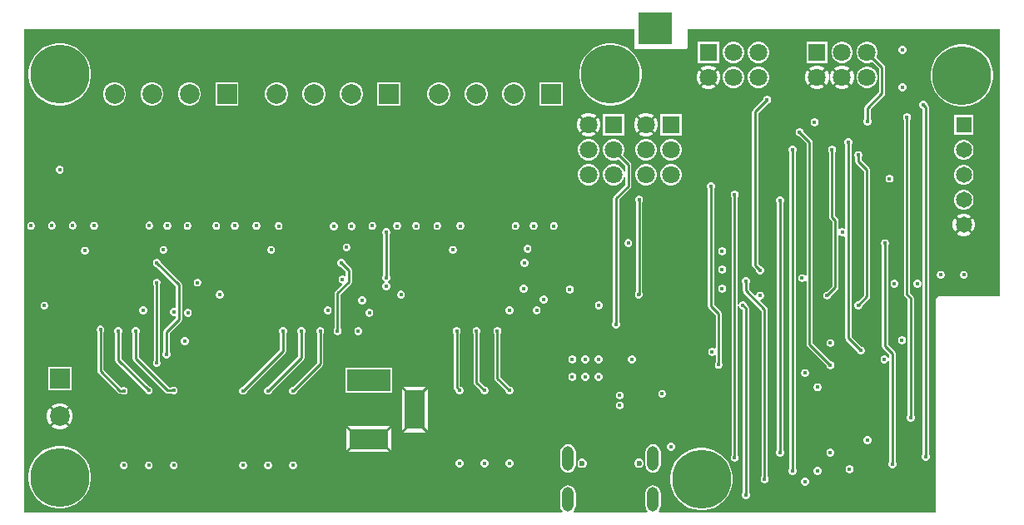
<source format=gbr>
%TF.GenerationSoftware,Altium Limited,Altium Designer,23.4.1 (23)*%
G04 Layer_Physical_Order=4*
G04 Layer_Color=16440176*
%FSLAX26Y26*%
%MOIN*%
%TF.SameCoordinates,C2345C50-9595-4326-80D3-D8EF8A282994*%
%TF.FilePolarity,Positive*%
%TF.FileFunction,Copper,L4,Inr,Signal*%
%TF.Part,Single*%
G01*
G75*
%TA.AperFunction,Conductor*%
%ADD33C,0.010000*%
%TA.AperFunction,ComponentPad*%
%ADD38O,0.047244X0.098425*%
%ADD39C,0.023622*%
%ADD40R,0.064961X0.064961*%
%ADD41C,0.064961*%
%ADD42C,0.236220*%
%ADD43C,0.070866*%
%ADD44R,0.070866X0.070866*%
%ADD45C,0.017716*%
%ADD46R,0.173228X0.086614*%
%ADD47R,0.157480X0.078740*%
%ADD48R,0.078740X0.157480*%
%ADD49C,0.078740*%
%ADD50R,0.078740X0.078740*%
%ADD51R,0.078740X0.078740*%
%ADD52R,0.070866X0.070866*%
%TA.AperFunction,ViaPad*%
%ADD53C,0.017716*%
%TA.AperFunction,NonConductor*%
%ADD56R,0.133955X0.130000*%
G36*
X3920952Y882198D02*
X3681103D01*
X3674959Y880976D01*
X3669750Y877495D01*
X3666269Y872286D01*
X3665047Y866142D01*
Y16056D01*
X2556801D01*
X2555104Y21056D01*
X2555115Y21066D01*
X2560024Y27462D01*
X2563109Y34912D01*
X2564162Y42906D01*
Y94087D01*
X2563109Y102081D01*
X2560024Y109530D01*
X2555115Y115927D01*
X2548719Y120835D01*
X2541269Y123921D01*
X2533276Y124973D01*
X2525282Y123921D01*
X2517832Y120835D01*
X2511436Y115927D01*
X2506527Y109530D01*
X2503442Y102081D01*
X2502389Y94087D01*
Y42906D01*
X2503442Y34912D01*
X2506527Y27462D01*
X2511436Y21066D01*
X2511448Y21056D01*
X2509750Y16056D01*
X2216250D01*
X2214552Y21056D01*
X2214564Y21066D01*
X2219473Y27462D01*
X2222558Y34912D01*
X2223611Y42906D01*
Y94087D01*
X2222558Y102081D01*
X2219473Y109530D01*
X2214564Y115927D01*
X2208168Y120835D01*
X2200718Y123921D01*
X2192724Y124973D01*
X2184731Y123921D01*
X2177281Y120835D01*
X2170885Y115927D01*
X2165976Y109530D01*
X2162891Y102081D01*
X2161838Y94087D01*
Y42906D01*
X2162891Y34912D01*
X2165976Y27462D01*
X2170885Y21066D01*
X2170896Y21056D01*
X2169199Y16056D01*
X16056D01*
Y1952448D01*
X2457863D01*
Y1880000D01*
X2458406Y1877269D01*
X2459953Y1874953D01*
X2462269Y1873406D01*
X2465000Y1872863D01*
X2665000D01*
X2667731Y1873406D01*
X2670047Y1874953D01*
X2671594Y1877269D01*
X2672137Y1880000D01*
Y1952448D01*
X3920952D01*
Y882198D01*
D02*
G37*
%LPC*%
G36*
X3535241Y1885858D02*
X3528932D01*
X3523104Y1883444D01*
X3518643Y1878983D01*
X3516228Y1873154D01*
Y1866846D01*
X3518643Y1861017D01*
X3523104Y1856556D01*
X3528932Y1854142D01*
X3535241D01*
X3541070Y1856556D01*
X3545530Y1861017D01*
X3547945Y1866846D01*
Y1873154D01*
X3545530Y1878983D01*
X3541070Y1883444D01*
X3535241Y1885858D01*
D02*
G37*
G36*
X3295586Y1902433D02*
X3284414D01*
X3273622Y1899541D01*
X3263945Y1893955D01*
X3256045Y1886054D01*
X3250459Y1876379D01*
X3247567Y1865586D01*
Y1854414D01*
X3250459Y1843621D01*
X3256045Y1833946D01*
X3263945Y1826045D01*
X3273622Y1820459D01*
X3284414Y1817567D01*
X3295586D01*
X3306378Y1820459D01*
X3316055Y1826045D01*
X3323955Y1833946D01*
X3329541Y1843621D01*
X3332433Y1854414D01*
Y1865586D01*
X3329541Y1876379D01*
X3323955Y1886054D01*
X3316055Y1893955D01*
X3306378Y1899541D01*
X3295586Y1902433D01*
D02*
G37*
G36*
X3232433D02*
X3147567D01*
Y1817567D01*
X3232433D01*
Y1902433D01*
D02*
G37*
G36*
X2960586D02*
X2949414D01*
X2938622Y1899541D01*
X2928945Y1893955D01*
X2921045Y1886054D01*
X2915459Y1876379D01*
X2912567Y1865586D01*
Y1854414D01*
X2915459Y1843621D01*
X2921045Y1833946D01*
X2928945Y1826045D01*
X2938622Y1820459D01*
X2949414Y1817567D01*
X2960586D01*
X2971378Y1820459D01*
X2981055Y1826045D01*
X2988955Y1833946D01*
X2994541Y1843621D01*
X2997433Y1854414D01*
Y1865586D01*
X2994541Y1876379D01*
X2988955Y1886054D01*
X2981055Y1893955D01*
X2971378Y1899541D01*
X2960586Y1902433D01*
D02*
G37*
G36*
X2860586D02*
X2849414D01*
X2838622Y1899541D01*
X2828945Y1893955D01*
X2821045Y1886054D01*
X2815459Y1876379D01*
X2812567Y1865586D01*
Y1854414D01*
X2815459Y1843621D01*
X2821045Y1833946D01*
X2828945Y1826045D01*
X2838622Y1820459D01*
X2849414Y1817567D01*
X2860586D01*
X2871378Y1820459D01*
X2881055Y1826045D01*
X2888955Y1833946D01*
X2894541Y1843621D01*
X2897433Y1854414D01*
Y1865586D01*
X2894541Y1876379D01*
X2888955Y1886054D01*
X2881055Y1893955D01*
X2871378Y1899541D01*
X2860586Y1902433D01*
D02*
G37*
G36*
X2797433D02*
X2712567D01*
Y1817567D01*
X2797433D01*
Y1902433D01*
D02*
G37*
G36*
X3296245Y1807433D02*
X3283755D01*
X3271691Y1804200D01*
X3260876Y1797956D01*
X3259995Y1797076D01*
X3290000Y1767071D01*
X3320005Y1797076D01*
X3319124Y1797956D01*
X3308309Y1804200D01*
X3296245Y1807433D01*
D02*
G37*
G36*
X3196245D02*
X3183755D01*
X3171691Y1804200D01*
X3160876Y1797956D01*
X3159995Y1797076D01*
X3190000Y1767071D01*
X3220005Y1797076D01*
X3219124Y1797956D01*
X3208309Y1804200D01*
X3196245Y1807433D01*
D02*
G37*
G36*
X2761245D02*
X2748755D01*
X2736691Y1804200D01*
X2725876Y1797956D01*
X2724995Y1797076D01*
X2755000Y1767071D01*
X2785005Y1797076D01*
X2784124Y1797956D01*
X2773309Y1804200D01*
X2761245Y1807433D01*
D02*
G37*
G36*
X3327076Y1790005D02*
X3297071Y1760000D01*
X3327076Y1729995D01*
X3327956Y1730876D01*
X3334200Y1741691D01*
X3337433Y1753755D01*
Y1766245D01*
X3334200Y1778309D01*
X3327956Y1789124D01*
X3327076Y1790005D01*
D02*
G37*
G36*
X3227076D02*
X3197071Y1760000D01*
X3227076Y1729995D01*
X3227956Y1730876D01*
X3234200Y1741691D01*
X3237433Y1753755D01*
Y1766245D01*
X3234200Y1778309D01*
X3227956Y1789124D01*
X3227076Y1790005D01*
D02*
G37*
G36*
X2792076D02*
X2762071Y1760000D01*
X2792076Y1729995D01*
X2792956Y1730876D01*
X2799200Y1741691D01*
X2802433Y1753755D01*
Y1766245D01*
X2799200Y1778309D01*
X2792956Y1789124D01*
X2792076Y1790005D01*
D02*
G37*
G36*
X3252924Y1790005D02*
X3252044Y1789124D01*
X3245800Y1778309D01*
X3242567Y1766245D01*
Y1753755D01*
X3245800Y1741691D01*
X3252044Y1730876D01*
X3252924Y1729995D01*
X3282929Y1760000D01*
X3252924Y1790005D01*
D02*
G37*
G36*
X3152924D02*
X3152044Y1789124D01*
X3145800Y1778309D01*
X3142567Y1766245D01*
Y1753755D01*
X3145800Y1741691D01*
X3152044Y1730876D01*
X3152924Y1729995D01*
X3182929Y1760000D01*
X3152924Y1790005D01*
D02*
G37*
G36*
X2717924D02*
X2717044Y1789124D01*
X2710800Y1778309D01*
X2707567Y1766245D01*
Y1753755D01*
X2710800Y1741691D01*
X2717044Y1730876D01*
X2717924Y1729995D01*
X2747929Y1760000D01*
X2717924Y1790005D01*
D02*
G37*
G36*
X3395586Y1802433D02*
X3384414D01*
X3373622Y1799541D01*
X3363945Y1793955D01*
X3356045Y1786054D01*
X3350459Y1776379D01*
X3347567Y1765586D01*
Y1754414D01*
X3350459Y1743621D01*
X3356045Y1733946D01*
X3363945Y1726045D01*
X3373622Y1720459D01*
X3384414Y1717567D01*
X3395586D01*
X3406378Y1720459D01*
X3416055Y1726045D01*
X3423955Y1733946D01*
X3429541Y1743621D01*
X3432433Y1754414D01*
Y1765586D01*
X3429541Y1776379D01*
X3423955Y1786054D01*
X3416055Y1793955D01*
X3406378Y1799541D01*
X3395586Y1802433D01*
D02*
G37*
G36*
X2960586D02*
X2949414D01*
X2938622Y1799541D01*
X2928945Y1793955D01*
X2921045Y1786054D01*
X2915459Y1776379D01*
X2912567Y1765586D01*
Y1754414D01*
X2915459Y1743621D01*
X2921045Y1733946D01*
X2928945Y1726045D01*
X2938622Y1720459D01*
X2949414Y1717567D01*
X2960586D01*
X2971378Y1720459D01*
X2981055Y1726045D01*
X2988955Y1733946D01*
X2994541Y1743621D01*
X2997433Y1754414D01*
Y1765586D01*
X2994541Y1776379D01*
X2988955Y1786054D01*
X2981055Y1793955D01*
X2971378Y1799541D01*
X2960586Y1802433D01*
D02*
G37*
G36*
X2860586D02*
X2849414D01*
X2838622Y1799541D01*
X2828945Y1793955D01*
X2821045Y1786054D01*
X2815459Y1776379D01*
X2812567Y1765586D01*
Y1754414D01*
X2815459Y1743621D01*
X2821045Y1733946D01*
X2828945Y1726045D01*
X2838622Y1720459D01*
X2849414Y1717567D01*
X2860586D01*
X2871378Y1720459D01*
X2881055Y1726045D01*
X2888955Y1733946D01*
X2894541Y1743621D01*
X2897433Y1754414D01*
Y1765586D01*
X2894541Y1776379D01*
X2888955Y1786054D01*
X2881055Y1793955D01*
X2871378Y1799541D01*
X2860586Y1802433D01*
D02*
G37*
G36*
X3290000Y1752929D02*
X3259995Y1722924D01*
X3260876Y1722044D01*
X3271691Y1715800D01*
X3283755Y1712567D01*
X3296245D01*
X3308309Y1715800D01*
X3319124Y1722044D01*
X3320005Y1722924D01*
X3290000Y1752929D01*
D02*
G37*
G36*
X3190000D02*
X3159995Y1722924D01*
X3160876Y1722044D01*
X3171691Y1715800D01*
X3183755Y1712567D01*
X3196245D01*
X3208309Y1715800D01*
X3219124Y1722044D01*
X3220005Y1722924D01*
X3190000Y1752929D01*
D02*
G37*
G36*
X2755000D02*
X2724995Y1722924D01*
X2725876Y1722044D01*
X2736691Y1715800D01*
X2748755Y1712567D01*
X2761245D01*
X2773309Y1715800D01*
X2784124Y1722044D01*
X2785005Y1722924D01*
X2755000Y1752929D01*
D02*
G37*
G36*
X3535241Y1735858D02*
X3528932D01*
X3523104Y1733444D01*
X3518643Y1728983D01*
X3516228Y1723154D01*
Y1716846D01*
X3518643Y1711017D01*
X3523104Y1706556D01*
X3528932Y1704142D01*
X3535241D01*
X3541070Y1706556D01*
X3545530Y1711017D01*
X3547945Y1716846D01*
Y1723154D01*
X3545530Y1728983D01*
X3541070Y1733444D01*
X3535241Y1735858D01*
D02*
G37*
G36*
X2372051Y1896764D02*
X2352358D01*
X2332908Y1893684D01*
X2314179Y1887598D01*
X2296633Y1878658D01*
X2280701Y1867083D01*
X2266776Y1853158D01*
X2255201Y1837226D01*
X2246260Y1819680D01*
X2240175Y1800951D01*
X2237095Y1781500D01*
Y1761808D01*
X2240175Y1742357D01*
X2246260Y1723628D01*
X2255201Y1706082D01*
X2266776Y1690150D01*
X2280701Y1676225D01*
X2296633Y1664650D01*
X2314179Y1655710D01*
X2332908Y1649624D01*
X2352358Y1646544D01*
X2372051D01*
X2391501Y1649624D01*
X2410230Y1655710D01*
X2427777Y1664650D01*
X2443709Y1676225D01*
X2457633Y1690150D01*
X2469209Y1706082D01*
X2478149Y1723628D01*
X2484234Y1742357D01*
X2487315Y1761808D01*
Y1781500D01*
X2484234Y1800951D01*
X2478149Y1819680D01*
X2469209Y1837226D01*
X2457633Y1853158D01*
X2443709Y1867083D01*
X2427777Y1878658D01*
X2410230Y1887598D01*
X2391501Y1893684D01*
X2372051Y1896764D01*
D02*
G37*
G36*
X167327D02*
X147634D01*
X128184Y1893684D01*
X109455Y1887598D01*
X91909Y1878658D01*
X75977Y1867083D01*
X62052Y1853158D01*
X50477Y1837226D01*
X41537Y1819680D01*
X35451Y1800951D01*
X32371Y1781500D01*
Y1761808D01*
X35451Y1742357D01*
X41537Y1723628D01*
X50477Y1706082D01*
X62052Y1690150D01*
X75977Y1676225D01*
X91909Y1664650D01*
X109455Y1655710D01*
X128184Y1649624D01*
X147634Y1646544D01*
X167327D01*
X186778Y1649624D01*
X205506Y1655710D01*
X223053Y1664650D01*
X238985Y1676225D01*
X252910Y1690150D01*
X264485Y1706082D01*
X273425Y1723628D01*
X279510Y1742357D01*
X282591Y1761808D01*
Y1781500D01*
X279510Y1800951D01*
X273425Y1819680D01*
X264485Y1837226D01*
X252910Y1853158D01*
X238985Y1867083D01*
X223053Y1878658D01*
X205506Y1887598D01*
X186778Y1893684D01*
X167327Y1896764D01*
D02*
G37*
G36*
X2172354Y1739284D02*
X2079614D01*
Y1646543D01*
X2172354D01*
Y1739284D01*
D02*
G37*
G36*
X1982089D02*
X1969880D01*
X1958086Y1736123D01*
X1947512Y1730019D01*
X1938879Y1721385D01*
X1932774Y1710812D01*
X1929614Y1699018D01*
Y1686809D01*
X1932774Y1675015D01*
X1938879Y1664441D01*
X1947512Y1655808D01*
X1958086Y1649703D01*
X1969880Y1646543D01*
X1982089D01*
X1993882Y1649703D01*
X2004456Y1655808D01*
X2013090Y1664441D01*
X2019194Y1675015D01*
X2022354Y1686809D01*
Y1699018D01*
X2019194Y1710812D01*
X2013090Y1721385D01*
X2004456Y1730019D01*
X1993882Y1736123D01*
X1982089Y1739284D01*
D02*
G37*
G36*
X1832089D02*
X1819880D01*
X1808086Y1736123D01*
X1797512Y1730019D01*
X1788879Y1721385D01*
X1782774Y1710812D01*
X1779614Y1699018D01*
Y1686809D01*
X1782774Y1675015D01*
X1788879Y1664441D01*
X1797512Y1655808D01*
X1808086Y1649703D01*
X1819880Y1646543D01*
X1832089D01*
X1843882Y1649703D01*
X1854456Y1655808D01*
X1863090Y1664441D01*
X1869194Y1675015D01*
X1872354Y1686809D01*
Y1699018D01*
X1869194Y1710812D01*
X1863090Y1721385D01*
X1854456Y1730019D01*
X1843882Y1736123D01*
X1832089Y1739284D01*
D02*
G37*
G36*
X1682089D02*
X1669880D01*
X1658086Y1736123D01*
X1647512Y1730019D01*
X1638879Y1721385D01*
X1632774Y1710812D01*
X1629614Y1699018D01*
Y1686809D01*
X1632774Y1675015D01*
X1638879Y1664441D01*
X1647512Y1655808D01*
X1658086Y1649703D01*
X1669880Y1646543D01*
X1682089D01*
X1693882Y1649703D01*
X1704456Y1655808D01*
X1713090Y1664441D01*
X1719194Y1675015D01*
X1722354Y1686809D01*
Y1699018D01*
X1719194Y1710812D01*
X1713090Y1721385D01*
X1704456Y1730019D01*
X1693882Y1736123D01*
X1682089Y1739284D01*
D02*
G37*
G36*
X1522748D02*
X1430008D01*
Y1646543D01*
X1522748D01*
Y1739284D01*
D02*
G37*
G36*
X1332483D02*
X1320273D01*
X1308480Y1736123D01*
X1297906Y1730019D01*
X1289273Y1721385D01*
X1283168Y1710812D01*
X1280008Y1699018D01*
Y1686809D01*
X1283168Y1675015D01*
X1289273Y1664441D01*
X1297906Y1655808D01*
X1308480Y1649703D01*
X1320273Y1646543D01*
X1332483D01*
X1344276Y1649703D01*
X1354850Y1655808D01*
X1363483Y1664441D01*
X1369588Y1675015D01*
X1372748Y1686809D01*
Y1699018D01*
X1369588Y1710812D01*
X1363483Y1721385D01*
X1354850Y1730019D01*
X1344276Y1736123D01*
X1332483Y1739284D01*
D02*
G37*
G36*
X1182483D02*
X1170273D01*
X1158480Y1736123D01*
X1147906Y1730019D01*
X1139273Y1721385D01*
X1133168Y1710812D01*
X1130008Y1699018D01*
Y1686809D01*
X1133168Y1675015D01*
X1139273Y1664441D01*
X1147906Y1655808D01*
X1158480Y1649703D01*
X1170273Y1646543D01*
X1182483D01*
X1194276Y1649703D01*
X1204850Y1655808D01*
X1213483Y1664441D01*
X1219588Y1675015D01*
X1222748Y1686809D01*
Y1699018D01*
X1219588Y1710812D01*
X1213483Y1721385D01*
X1204850Y1730019D01*
X1194276Y1736123D01*
X1182483Y1739284D01*
D02*
G37*
G36*
X1032483D02*
X1020273D01*
X1008480Y1736123D01*
X997906Y1730019D01*
X989273Y1721385D01*
X983168Y1710812D01*
X980008Y1699018D01*
Y1686809D01*
X983168Y1675015D01*
X989273Y1664441D01*
X997906Y1655808D01*
X1008480Y1649703D01*
X1020273Y1646543D01*
X1032483D01*
X1044276Y1649703D01*
X1054850Y1655808D01*
X1063483Y1664441D01*
X1069588Y1675015D01*
X1072748Y1686809D01*
Y1699018D01*
X1069588Y1710812D01*
X1063483Y1721385D01*
X1054850Y1730019D01*
X1044276Y1736123D01*
X1032483Y1739284D01*
D02*
G37*
G36*
X873142D02*
X780402D01*
Y1646543D01*
X873142D01*
Y1739284D01*
D02*
G37*
G36*
X682876D02*
X670667D01*
X658874Y1736123D01*
X648300Y1730019D01*
X639666Y1721385D01*
X633562Y1710812D01*
X630402Y1699018D01*
Y1686809D01*
X633562Y1675015D01*
X639666Y1664441D01*
X648300Y1655808D01*
X658874Y1649703D01*
X670667Y1646543D01*
X682876D01*
X694670Y1649703D01*
X705244Y1655808D01*
X713877Y1664441D01*
X719982Y1675015D01*
X723142Y1686809D01*
Y1699018D01*
X719982Y1710812D01*
X713877Y1721385D01*
X705244Y1730019D01*
X694670Y1736123D01*
X682876Y1739284D01*
D02*
G37*
G36*
X532876D02*
X520667D01*
X508873Y1736123D01*
X498300Y1730019D01*
X489666Y1721385D01*
X483562Y1710812D01*
X480402Y1699018D01*
Y1686809D01*
X483562Y1675015D01*
X489666Y1664441D01*
X498300Y1655808D01*
X508873Y1649703D01*
X520667Y1646543D01*
X532876D01*
X544670Y1649703D01*
X555244Y1655808D01*
X563877Y1664441D01*
X569982Y1675015D01*
X573142Y1686809D01*
Y1699018D01*
X569982Y1710812D01*
X563877Y1721385D01*
X555244Y1730019D01*
X544670Y1736123D01*
X532876Y1739284D01*
D02*
G37*
G36*
X382876D02*
X370667D01*
X358873Y1736123D01*
X348300Y1730019D01*
X339666Y1721385D01*
X333562Y1710812D01*
X330402Y1699018D01*
Y1686809D01*
X333562Y1675015D01*
X339666Y1664441D01*
X348300Y1655808D01*
X358873Y1649703D01*
X370667Y1646543D01*
X382876D01*
X394670Y1649703D01*
X405244Y1655808D01*
X413877Y1664441D01*
X419982Y1675015D01*
X423142Y1686809D01*
Y1699018D01*
X419982Y1710812D01*
X413877Y1721385D01*
X405244Y1730019D01*
X394670Y1736123D01*
X382876Y1739284D01*
D02*
G37*
G36*
X3779847Y1892111D02*
X3760154D01*
X3740704Y1889030D01*
X3721975Y1882945D01*
X3704428Y1874004D01*
X3688497Y1862429D01*
X3674572Y1848504D01*
X3662997Y1832573D01*
X3654056Y1815026D01*
X3647971Y1796297D01*
X3644890Y1776847D01*
Y1757154D01*
X3647971Y1737704D01*
X3654056Y1718975D01*
X3662997Y1701428D01*
X3674572Y1685497D01*
X3688497Y1671572D01*
X3704428Y1659997D01*
X3721975Y1651056D01*
X3740704Y1644971D01*
X3760154Y1641890D01*
X3779847D01*
X3799297Y1644971D01*
X3818026Y1651056D01*
X3835573Y1659997D01*
X3851504Y1671572D01*
X3865429Y1685497D01*
X3877004Y1701428D01*
X3885945Y1718975D01*
X3892030Y1737704D01*
X3895111Y1757154D01*
Y1776847D01*
X3892030Y1796297D01*
X3885945Y1815026D01*
X3877004Y1832573D01*
X3865429Y1848504D01*
X3851504Y1862429D01*
X3835573Y1874004D01*
X3818026Y1882945D01*
X3799297Y1889030D01*
X3779847Y1892111D01*
D02*
G37*
G36*
X2281245Y1617433D02*
X2268755D01*
X2256691Y1614200D01*
X2245876Y1607956D01*
X2244995Y1607076D01*
X2275000Y1577071D01*
X2305005Y1607076D01*
X2304124Y1607956D01*
X2293309Y1614200D01*
X2281245Y1617433D01*
D02*
G37*
G36*
X2510659D02*
X2498169D01*
X2486106Y1614200D01*
X2475290Y1607956D01*
X2474409Y1607076D01*
X2504414Y1577071D01*
X2534419Y1607076D01*
X2533539Y1607956D01*
X2522723Y1614200D01*
X2510659Y1617433D01*
D02*
G37*
G36*
X3395586Y1902433D02*
X3384414D01*
X3373622Y1899541D01*
X3363945Y1893955D01*
X3356045Y1886054D01*
X3350459Y1876379D01*
X3347567Y1865586D01*
Y1854414D01*
X3350459Y1843621D01*
X3356045Y1833946D01*
X3363945Y1826045D01*
X3373622Y1820459D01*
X3384414Y1817567D01*
X3395586D01*
X3406378Y1820459D01*
X3410093Y1822603D01*
X3437765Y1794932D01*
Y1700068D01*
X3383168Y1645471D01*
X3380516Y1641502D01*
X3379584Y1636819D01*
Y1593372D01*
X3378376Y1592164D01*
X3375961Y1586335D01*
Y1580026D01*
X3378376Y1574198D01*
X3382836Y1569737D01*
X3388665Y1567322D01*
X3394974D01*
X3400802Y1569737D01*
X3405263Y1574198D01*
X3407678Y1580026D01*
Y1586335D01*
X3405263Y1592164D01*
X3404055Y1593372D01*
Y1631752D01*
X3458651Y1686349D01*
X3461304Y1690318D01*
X3462235Y1695000D01*
Y1800000D01*
X3461304Y1804682D01*
X3458651Y1808651D01*
X3427396Y1839907D01*
X3429541Y1843621D01*
X3432433Y1854414D01*
Y1865586D01*
X3429541Y1876379D01*
X3423955Y1886054D01*
X3416055Y1893955D01*
X3406378Y1899541D01*
X3395586Y1902433D01*
D02*
G37*
G36*
X3183154Y1595858D02*
X3176846D01*
X3171017Y1593444D01*
X3166556Y1588983D01*
X3164142Y1583154D01*
Y1576846D01*
X3166556Y1571017D01*
X3171017Y1566556D01*
X3176846Y1564142D01*
X3183154D01*
X3188983Y1566556D01*
X3193444Y1571017D01*
X3195858Y1576846D01*
Y1583154D01*
X3193444Y1588983D01*
X3188983Y1593444D01*
X3183154Y1595858D01*
D02*
G37*
G36*
X2312076Y1600005D02*
X2282071Y1570000D01*
X2312076Y1539995D01*
X2312956Y1540876D01*
X2319200Y1551691D01*
X2322433Y1563755D01*
Y1576245D01*
X2319200Y1588309D01*
X2312956Y1599124D01*
X2312076Y1600005D01*
D02*
G37*
G36*
X2541490D02*
X2511485Y1570000D01*
X2541490Y1539995D01*
X2542370Y1540876D01*
X2548615Y1551691D01*
X2551847Y1563755D01*
Y1576245D01*
X2548615Y1588309D01*
X2542370Y1599124D01*
X2541490Y1600005D01*
D02*
G37*
G36*
X2467338D02*
X2466458Y1599124D01*
X2460214Y1588309D01*
X2456981Y1576245D01*
Y1563755D01*
X2460214Y1551691D01*
X2466458Y1540876D01*
X2467338Y1539995D01*
X2497343Y1570000D01*
X2467338Y1600005D01*
D02*
G37*
G36*
X2237924Y1600005D02*
X2237044Y1599124D01*
X2230800Y1588309D01*
X2227567Y1576245D01*
Y1563755D01*
X2230800Y1551691D01*
X2237044Y1540876D01*
X2237924Y1539995D01*
X2267929Y1570000D01*
X2237924Y1600005D01*
D02*
G37*
G36*
X3816480Y1608024D02*
X3737519D01*
Y1529063D01*
X3816480D01*
Y1608024D01*
D02*
G37*
G36*
X2646847Y1612433D02*
X2561981D01*
Y1527567D01*
X2646847D01*
Y1612433D01*
D02*
G37*
G36*
X2417433D02*
X2332567D01*
Y1527567D01*
X2417433D01*
Y1612433D01*
D02*
G37*
G36*
X2504414Y1562929D02*
X2474410Y1532924D01*
X2475290Y1532044D01*
X2486106Y1525800D01*
X2498169Y1522567D01*
X2510659D01*
X2522723Y1525800D01*
X2533539Y1532044D01*
X2534419Y1532924D01*
X2504414Y1562929D01*
D02*
G37*
G36*
X2275000Y1562929D02*
X2244995Y1532924D01*
X2245876Y1532044D01*
X2256691Y1525800D01*
X2268755Y1522567D01*
X2281245D01*
X2293309Y1525800D01*
X2304124Y1532044D01*
X2305005Y1532925D01*
X2275000Y1562929D01*
D02*
G37*
G36*
X3782197Y1508024D02*
X3771802D01*
X3761761Y1505333D01*
X3752758Y1500135D01*
X3745407Y1492785D01*
X3740210Y1483782D01*
X3737519Y1473741D01*
Y1463346D01*
X3740210Y1453304D01*
X3745407Y1444302D01*
X3752758Y1436951D01*
X3761761Y1431754D01*
X3771802Y1429063D01*
X3782197D01*
X3792238Y1431754D01*
X3801241Y1436951D01*
X3808592Y1444302D01*
X3813789Y1453304D01*
X3816480Y1463346D01*
Y1473741D01*
X3813789Y1483782D01*
X3808592Y1492785D01*
X3801241Y1500135D01*
X3792238Y1505333D01*
X3782197Y1508024D01*
D02*
G37*
G36*
X2610001Y1512433D02*
X2598828D01*
X2588036Y1509541D01*
X2578360Y1503955D01*
X2570459Y1496054D01*
X2564873Y1486379D01*
X2561981Y1475586D01*
Y1464414D01*
X2564873Y1453621D01*
X2570459Y1443946D01*
X2578360Y1436045D01*
X2588036Y1430459D01*
X2598828Y1427567D01*
X2610001D01*
X2620793Y1430459D01*
X2630469Y1436045D01*
X2638369Y1443946D01*
X2643955Y1453621D01*
X2646847Y1464414D01*
Y1475586D01*
X2643955Y1486379D01*
X2638369Y1496054D01*
X2630469Y1503955D01*
X2620793Y1509541D01*
X2610001Y1512433D01*
D02*
G37*
G36*
X2510001D02*
X2498828D01*
X2488036Y1509541D01*
X2478360Y1503955D01*
X2470459Y1496054D01*
X2464873Y1486379D01*
X2461981Y1475586D01*
Y1464414D01*
X2464873Y1453621D01*
X2470459Y1443946D01*
X2478360Y1436045D01*
X2488036Y1430459D01*
X2498828Y1427567D01*
X2510001D01*
X2520793Y1430459D01*
X2530469Y1436045D01*
X2538369Y1443946D01*
X2543955Y1453621D01*
X2546847Y1464414D01*
Y1475586D01*
X2543955Y1486379D01*
X2538369Y1496054D01*
X2530469Y1503955D01*
X2520793Y1509541D01*
X2510001Y1512433D01*
D02*
G37*
G36*
X2280586D02*
X2269414D01*
X2258622Y1509541D01*
X2248945Y1503955D01*
X2241045Y1496054D01*
X2235459Y1486379D01*
X2232567Y1475586D01*
Y1464414D01*
X2235459Y1453621D01*
X2241045Y1443946D01*
X2248945Y1436045D01*
X2258622Y1430459D01*
X2269414Y1427567D01*
X2280586D01*
X2291378Y1430459D01*
X2301055Y1436045D01*
X2308955Y1443946D01*
X2314541Y1453621D01*
X2317433Y1464414D01*
Y1475586D01*
X2314541Y1486379D01*
X2308955Y1496054D01*
X2301055Y1503955D01*
X2291378Y1509541D01*
X2280586Y1512433D01*
D02*
G37*
G36*
X2380586D02*
X2369414D01*
X2358622Y1509541D01*
X2348945Y1503955D01*
X2341045Y1496054D01*
X2335459Y1486379D01*
X2332567Y1475586D01*
Y1464414D01*
X2335459Y1453621D01*
X2341045Y1443946D01*
X2348945Y1436045D01*
X2358622Y1430459D01*
X2369414Y1427567D01*
X2380586D01*
X2391378Y1430459D01*
X2395093Y1432603D01*
X2421867Y1405830D01*
Y1378356D01*
X2416867Y1377698D01*
X2414541Y1386379D01*
X2408955Y1396054D01*
X2401055Y1403955D01*
X2391378Y1409541D01*
X2380586Y1412433D01*
X2369414D01*
X2358622Y1409541D01*
X2348945Y1403955D01*
X2341045Y1396054D01*
X2335459Y1386379D01*
X2332567Y1375586D01*
Y1364414D01*
X2335459Y1353621D01*
X2341045Y1343946D01*
X2348945Y1336045D01*
X2358622Y1330459D01*
X2369414Y1327567D01*
X2380586D01*
X2391378Y1330459D01*
X2401055Y1336045D01*
X2408955Y1343946D01*
X2414541Y1353621D01*
X2416867Y1362302D01*
X2421867Y1361644D01*
Y1329170D01*
X2376349Y1283651D01*
X2373696Y1279682D01*
X2372765Y1275000D01*
Y780192D01*
X2371556Y778983D01*
X2369142Y773154D01*
Y766846D01*
X2371556Y761017D01*
X2376017Y756556D01*
X2381846Y754142D01*
X2388154D01*
X2393983Y756556D01*
X2398444Y761017D01*
X2400858Y766846D01*
Y773154D01*
X2398444Y778983D01*
X2397235Y780192D01*
Y1269932D01*
X2442754Y1315451D01*
X2445406Y1319420D01*
X2446338Y1324102D01*
Y1410898D01*
X2445406Y1415580D01*
X2442754Y1419549D01*
X2412396Y1449907D01*
X2414541Y1453621D01*
X2417433Y1464414D01*
Y1475586D01*
X2414541Y1486379D01*
X2408955Y1496054D01*
X2401055Y1503955D01*
X2391378Y1509541D01*
X2380586Y1512433D01*
D02*
G37*
G36*
X160635Y1405858D02*
X154326D01*
X148498Y1403444D01*
X144037Y1398983D01*
X141623Y1393154D01*
Y1386846D01*
X144037Y1381017D01*
X148498Y1376556D01*
X154326Y1374142D01*
X160635D01*
X166464Y1376556D01*
X170925Y1381017D01*
X173339Y1386846D01*
Y1393154D01*
X170925Y1398983D01*
X166464Y1403444D01*
X160635Y1405858D01*
D02*
G37*
G36*
X3483154Y1369401D02*
X3476846D01*
X3471017Y1366987D01*
X3466556Y1362526D01*
X3464142Y1356698D01*
Y1350389D01*
X3466556Y1344560D01*
X3471017Y1340099D01*
X3476846Y1337685D01*
X3483154D01*
X3488983Y1340099D01*
X3493444Y1344560D01*
X3495858Y1350389D01*
Y1356698D01*
X3493444Y1362526D01*
X3488983Y1366987D01*
X3483154Y1369401D01*
D02*
G37*
G36*
X3782197Y1408024D02*
X3771802D01*
X3761761Y1405333D01*
X3752758Y1400135D01*
X3745407Y1392785D01*
X3740210Y1383782D01*
X3737519Y1373741D01*
Y1363346D01*
X3740210Y1353304D01*
X3745407Y1344302D01*
X3752758Y1336951D01*
X3761761Y1331754D01*
X3771802Y1329063D01*
X3782197D01*
X3792238Y1331754D01*
X3801241Y1336951D01*
X3808592Y1344302D01*
X3813789Y1353304D01*
X3816480Y1363346D01*
Y1373741D01*
X3813789Y1383782D01*
X3808592Y1392785D01*
X3801241Y1400135D01*
X3792238Y1405333D01*
X3782197Y1408024D01*
D02*
G37*
G36*
X2610001Y1412433D02*
X2598828D01*
X2588036Y1409541D01*
X2578360Y1403955D01*
X2570459Y1396054D01*
X2564873Y1386379D01*
X2561981Y1375586D01*
Y1364414D01*
X2564873Y1353621D01*
X2570459Y1343946D01*
X2578360Y1336045D01*
X2588036Y1330459D01*
X2598828Y1327567D01*
X2610001D01*
X2620793Y1330459D01*
X2630469Y1336045D01*
X2638369Y1343946D01*
X2643955Y1353621D01*
X2646847Y1364414D01*
Y1375586D01*
X2643955Y1386379D01*
X2638369Y1396054D01*
X2630469Y1403955D01*
X2620793Y1409541D01*
X2610001Y1412433D01*
D02*
G37*
G36*
X2510001D02*
X2498828D01*
X2488036Y1409541D01*
X2478360Y1403955D01*
X2470459Y1396054D01*
X2464873Y1386379D01*
X2461981Y1375586D01*
Y1364414D01*
X2464873Y1353621D01*
X2470459Y1343946D01*
X2478360Y1336045D01*
X2488036Y1330459D01*
X2498828Y1327567D01*
X2510001D01*
X2520793Y1330459D01*
X2530469Y1336045D01*
X2538369Y1343946D01*
X2543955Y1353621D01*
X2546847Y1364414D01*
Y1375586D01*
X2543955Y1386379D01*
X2538369Y1396054D01*
X2530469Y1403955D01*
X2520793Y1409541D01*
X2510001Y1412433D01*
D02*
G37*
G36*
X2280586D02*
X2269414D01*
X2258622Y1409541D01*
X2248945Y1403955D01*
X2241045Y1396054D01*
X2235459Y1386379D01*
X2232567Y1375586D01*
Y1364414D01*
X2235459Y1353621D01*
X2241045Y1343946D01*
X2248945Y1336045D01*
X2258622Y1330459D01*
X2269414Y1327567D01*
X2280586D01*
X2291378Y1330459D01*
X2301055Y1336045D01*
X2308955Y1343946D01*
X2314541Y1353621D01*
X2317433Y1364414D01*
Y1375586D01*
X2314541Y1386379D01*
X2308955Y1396054D01*
X2301055Y1403955D01*
X2291378Y1409541D01*
X2280586Y1412433D01*
D02*
G37*
G36*
X3782197Y1308024D02*
X3771802D01*
X3761761Y1305333D01*
X3752758Y1300135D01*
X3745407Y1292785D01*
X3740210Y1283782D01*
X3737519Y1273741D01*
Y1263346D01*
X3740210Y1253304D01*
X3745407Y1244302D01*
X3752758Y1236951D01*
X3761761Y1231754D01*
X3771802Y1229063D01*
X3782197D01*
X3792238Y1231754D01*
X3801241Y1236951D01*
X3808592Y1244302D01*
X3813789Y1253304D01*
X3816480Y1263346D01*
Y1273741D01*
X3813789Y1283782D01*
X3808592Y1292785D01*
X3801241Y1300135D01*
X3792238Y1305333D01*
X3782197Y1308024D01*
D02*
G37*
G36*
X3782855Y1213024D02*
X3771144D01*
X3759831Y1209992D01*
X3749688Y1204136D01*
X3749083Y1203531D01*
X3777000Y1175614D01*
X3804916Y1203531D01*
X3804311Y1204136D01*
X3794168Y1209992D01*
X3782855Y1213024D01*
D02*
G37*
G36*
X3318154Y1515858D02*
X3311846D01*
X3306017Y1513444D01*
X3301556Y1508983D01*
X3299142Y1503154D01*
Y1496846D01*
X3301556Y1491017D01*
X3302765Y1489808D01*
Y1156593D01*
X3297765Y1153281D01*
X3294974Y1154437D01*
X3288665D01*
X3282836Y1152023D01*
X3280503Y1149689D01*
X3275503Y1151760D01*
Y1186456D01*
X3274572Y1191138D01*
X3271919Y1195107D01*
X3262235Y1204792D01*
Y1459808D01*
X3263444Y1461017D01*
X3265858Y1466846D01*
Y1473154D01*
X3263444Y1478983D01*
X3258983Y1483444D01*
X3253154Y1485858D01*
X3246846D01*
X3241017Y1483444D01*
X3236556Y1478983D01*
X3234142Y1473154D01*
Y1466846D01*
X3236556Y1461017D01*
X3237765Y1459808D01*
Y1199724D01*
X3238696Y1195041D01*
X3241349Y1191072D01*
X3251033Y1181388D01*
Y923336D01*
X3228555Y900858D01*
X3226846D01*
X3221017Y898444D01*
X3216556Y893983D01*
X3214142Y888154D01*
Y881846D01*
X3216556Y876017D01*
X3221017Y871556D01*
X3226846Y869142D01*
X3233154D01*
X3238983Y871556D01*
X3243444Y876017D01*
X3245858Y881846D01*
Y883555D01*
X3271919Y909616D01*
X3274572Y913586D01*
X3275503Y918268D01*
Y1125397D01*
X3280503Y1127468D01*
X3282836Y1125135D01*
X3288665Y1122720D01*
X3294974D01*
X3297765Y1123877D01*
X3302765Y1120564D01*
Y715000D01*
X3303696Y710318D01*
X3306349Y706348D01*
X3349142Y663555D01*
Y661846D01*
X3351556Y656017D01*
X3356017Y651556D01*
X3361846Y649142D01*
X3368154D01*
X3373983Y651556D01*
X3378444Y656017D01*
X3380858Y661846D01*
Y668154D01*
X3378444Y673983D01*
X3373983Y678444D01*
X3368154Y680858D01*
X3366445D01*
X3327235Y720068D01*
Y1489808D01*
X3328444Y1491017D01*
X3330858Y1496846D01*
Y1503154D01*
X3328444Y1508983D01*
X3323983Y1513444D01*
X3318154Y1515858D01*
D02*
G37*
G36*
X519424Y1181023D02*
X513116D01*
X507287Y1178608D01*
X502826Y1174147D01*
X500412Y1168319D01*
Y1162010D01*
X502826Y1156181D01*
X507287Y1151720D01*
X513116Y1149306D01*
X519424D01*
X525253Y1151720D01*
X529714Y1156181D01*
X532128Y1162010D01*
Y1168319D01*
X529714Y1174147D01*
X525253Y1178608D01*
X519424Y1181023D01*
D02*
G37*
G36*
X213054D02*
X206745D01*
X200917Y1178608D01*
X196456Y1174147D01*
X194042Y1168319D01*
Y1162010D01*
X196456Y1156181D01*
X200917Y1151720D01*
X206745Y1149306D01*
X213054D01*
X218883Y1151720D01*
X223344Y1156181D01*
X225758Y1162010D01*
Y1168319D01*
X223344Y1174147D01*
X218883Y1178608D01*
X213054Y1181023D01*
D02*
G37*
G36*
X129424D02*
X123116D01*
X117287Y1178608D01*
X112826Y1174147D01*
X110412Y1168319D01*
Y1162010D01*
X112826Y1156181D01*
X117287Y1151720D01*
X123116Y1149306D01*
X129424D01*
X135253Y1151720D01*
X139714Y1156181D01*
X142128Y1162010D01*
Y1168319D01*
X139714Y1174147D01*
X135253Y1178608D01*
X129424Y1181023D01*
D02*
G37*
G36*
X1412456Y1180204D02*
X1406147D01*
X1400319Y1177790D01*
X1395858Y1173329D01*
X1393444Y1167500D01*
Y1161191D01*
X1395858Y1155363D01*
X1400319Y1150902D01*
X1406147Y1148488D01*
X1412456D01*
X1418285Y1150902D01*
X1422746Y1155363D01*
X1425160Y1161191D01*
Y1167500D01*
X1422746Y1173329D01*
X1418285Y1177790D01*
X1412456Y1180204D01*
D02*
G37*
G36*
X947580D02*
X941271D01*
X935443Y1177790D01*
X930982Y1173329D01*
X928567Y1167500D01*
Y1161191D01*
X930982Y1155363D01*
X935443Y1150902D01*
X941271Y1148488D01*
X947580D01*
X953409Y1150902D01*
X957870Y1155363D01*
X960284Y1161191D01*
Y1167500D01*
X957870Y1173329D01*
X953409Y1177790D01*
X947580Y1180204D01*
D02*
G37*
G36*
X862123D02*
X855815D01*
X849986Y1177790D01*
X845525Y1173329D01*
X843111Y1167500D01*
Y1161191D01*
X845525Y1155363D01*
X849986Y1150902D01*
X855815Y1148488D01*
X862123D01*
X867952Y1150902D01*
X872413Y1155363D01*
X874827Y1161191D01*
Y1167500D01*
X872413Y1173329D01*
X867952Y1177790D01*
X862123Y1180204D01*
D02*
G37*
G36*
X787123D02*
X780815D01*
X774986Y1177790D01*
X770525Y1173329D01*
X768111Y1167500D01*
Y1161191D01*
X770525Y1155363D01*
X774986Y1150902D01*
X780815Y1148488D01*
X787123D01*
X792952Y1150902D01*
X797413Y1155363D01*
X799827Y1161191D01*
Y1167500D01*
X797413Y1173329D01*
X792952Y1177790D01*
X787123Y1180204D01*
D02*
G37*
G36*
X673054D02*
X666745D01*
X660917Y1177790D01*
X656456Y1173329D01*
X654042Y1167500D01*
Y1161191D01*
X656456Y1155363D01*
X660917Y1150902D01*
X666745Y1148488D01*
X673054D01*
X678883Y1150902D01*
X683344Y1155363D01*
X685758Y1161191D01*
Y1167500D01*
X683344Y1173329D01*
X678883Y1177790D01*
X673054Y1180204D01*
D02*
G37*
G36*
X591054D02*
X584745D01*
X578917Y1177790D01*
X574456Y1173329D01*
X572042Y1167500D01*
Y1161191D01*
X574456Y1155363D01*
X578917Y1150902D01*
X584745Y1148488D01*
X591054D01*
X596883Y1150902D01*
X601344Y1155363D01*
X603758Y1161191D01*
Y1167500D01*
X601344Y1173329D01*
X596883Y1177790D01*
X591054Y1180204D01*
D02*
G37*
G36*
X298424D02*
X292116D01*
X286287Y1177790D01*
X281826Y1173329D01*
X279412Y1167500D01*
Y1161191D01*
X281826Y1155363D01*
X286287Y1150902D01*
X292116Y1148488D01*
X298424D01*
X304253Y1150902D01*
X308714Y1155363D01*
X311128Y1161191D01*
Y1167500D01*
X308714Y1173329D01*
X304253Y1177790D01*
X298424Y1180204D01*
D02*
G37*
G36*
X46155D02*
X39846D01*
X34017Y1177790D01*
X29557Y1173329D01*
X27142Y1167500D01*
Y1161191D01*
X29557Y1155363D01*
X34017Y1150902D01*
X39846Y1148488D01*
X46155D01*
X51983Y1150902D01*
X56444Y1155363D01*
X58859Y1161191D01*
Y1167500D01*
X56444Y1173329D01*
X51983Y1177790D01*
X46155Y1180204D01*
D02*
G37*
G36*
X2139635Y1180062D02*
X2133326D01*
X2127498Y1177647D01*
X2123037Y1173186D01*
X2120623Y1167358D01*
Y1161049D01*
X2123037Y1155220D01*
X2127498Y1150759D01*
X2133326Y1148345D01*
X2139635D01*
X2145464Y1150759D01*
X2149925Y1155220D01*
X2152339Y1161049D01*
Y1167358D01*
X2149925Y1173186D01*
X2145464Y1177647D01*
X2139635Y1180062D01*
D02*
G37*
G36*
X2057635D02*
X2051326D01*
X2045498Y1177647D01*
X2041037Y1173186D01*
X2038623Y1167358D01*
Y1161049D01*
X2041037Y1155220D01*
X2045498Y1150759D01*
X2051326Y1148345D01*
X2057635D01*
X2063464Y1150759D01*
X2067925Y1155220D01*
X2070339Y1161049D01*
Y1167358D01*
X2067925Y1173186D01*
X2063464Y1177647D01*
X2057635Y1180062D01*
D02*
G37*
G36*
X1986005D02*
X1979697D01*
X1973868Y1177647D01*
X1969407Y1173186D01*
X1966993Y1167358D01*
Y1161049D01*
X1969407Y1155220D01*
X1973868Y1150759D01*
X1979697Y1148345D01*
X1986005D01*
X1991834Y1150759D01*
X1996295Y1155220D01*
X1998709Y1161049D01*
Y1167358D01*
X1996295Y1173186D01*
X1991834Y1177647D01*
X1986005Y1180062D01*
D02*
G37*
G36*
X1765005D02*
X1758697D01*
X1752868Y1177647D01*
X1748407Y1173186D01*
X1745993Y1167358D01*
Y1161049D01*
X1748407Y1155220D01*
X1752868Y1150759D01*
X1758697Y1148345D01*
X1765005D01*
X1770834Y1150759D01*
X1775295Y1155220D01*
X1777709Y1161049D01*
Y1167358D01*
X1775295Y1173186D01*
X1770834Y1177647D01*
X1765005Y1180062D01*
D02*
G37*
G36*
X1672611D02*
X1666302D01*
X1660474Y1177647D01*
X1656013Y1173186D01*
X1653599Y1167358D01*
Y1161049D01*
X1656013Y1155220D01*
X1660474Y1150759D01*
X1666302Y1148345D01*
X1672611D01*
X1678440Y1150759D01*
X1682901Y1155220D01*
X1685315Y1161049D01*
Y1167358D01*
X1682901Y1173186D01*
X1678440Y1177647D01*
X1672611Y1180062D01*
D02*
G37*
G36*
X1587154D02*
X1580846D01*
X1575017Y1177647D01*
X1570556Y1173186D01*
X1568142Y1167358D01*
Y1161049D01*
X1570556Y1155220D01*
X1575017Y1150759D01*
X1580846Y1148345D01*
X1587154D01*
X1592983Y1150759D01*
X1597444Y1155220D01*
X1599858Y1161049D01*
Y1167358D01*
X1597444Y1173186D01*
X1592983Y1177647D01*
X1587154Y1180062D01*
D02*
G37*
G36*
X1512154D02*
X1505846D01*
X1500017Y1177647D01*
X1495556Y1173186D01*
X1493142Y1167358D01*
Y1161049D01*
X1495556Y1155220D01*
X1500017Y1150759D01*
X1505846Y1148345D01*
X1512154D01*
X1517983Y1150759D01*
X1522444Y1155220D01*
X1524858Y1161049D01*
Y1167358D01*
X1522444Y1173186D01*
X1517983Y1177647D01*
X1512154Y1180062D01*
D02*
G37*
G36*
X1037149D02*
X1030840D01*
X1025012Y1177647D01*
X1020551Y1173186D01*
X1018136Y1167358D01*
Y1161049D01*
X1020551Y1155220D01*
X1025012Y1150759D01*
X1030840Y1148345D01*
X1037149D01*
X1042978Y1150759D01*
X1047439Y1155220D01*
X1049853Y1161049D01*
Y1167358D01*
X1047439Y1173186D01*
X1042978Y1177647D01*
X1037149Y1180062D01*
D02*
G37*
G36*
X1329779Y1178030D02*
X1323470D01*
X1317642Y1175616D01*
X1313181Y1171155D01*
X1310766Y1165327D01*
Y1159018D01*
X1313181Y1153189D01*
X1317642Y1148728D01*
X1323470Y1146314D01*
X1329779D01*
X1335608Y1148728D01*
X1340069Y1153189D01*
X1342483Y1159018D01*
Y1165327D01*
X1340069Y1171155D01*
X1335608Y1175616D01*
X1329779Y1178030D01*
D02*
G37*
G36*
X1258149D02*
X1251840D01*
X1246012Y1175616D01*
X1241551Y1171155D01*
X1239137Y1165327D01*
Y1159018D01*
X1241551Y1153189D01*
X1246012Y1148728D01*
X1251840Y1146314D01*
X1258149D01*
X1263978Y1148728D01*
X1268439Y1153189D01*
X1270853Y1159018D01*
Y1165327D01*
X1268439Y1171155D01*
X1263978Y1175616D01*
X1258149Y1178030D01*
D02*
G37*
G36*
X3811987Y1196460D02*
X3784071Y1168543D01*
X3811988Y1140627D01*
X3812593Y1141232D01*
X3818448Y1151375D01*
X3821480Y1162687D01*
Y1174399D01*
X3818448Y1185712D01*
X3812593Y1195855D01*
X3811987Y1196460D01*
D02*
G37*
G36*
X3742012Y1196460D02*
X3741406Y1195855D01*
X3735550Y1185712D01*
X3732519Y1174399D01*
Y1162687D01*
X3735550Y1151375D01*
X3741406Y1141232D01*
X3742012Y1140626D01*
X3769929Y1168543D01*
X3742012Y1196460D01*
D02*
G37*
G36*
X3777000Y1161472D02*
X3749083Y1133555D01*
X3749688Y1132950D01*
X3759831Y1127094D01*
X3771144Y1124063D01*
X3782855D01*
X3794168Y1127094D01*
X3804311Y1132950D01*
X3804916Y1133556D01*
X3777000Y1161472D01*
D02*
G37*
G36*
X2437257Y1110944D02*
X2430948D01*
X2425119Y1108529D01*
X2420659Y1104069D01*
X2418244Y1098240D01*
Y1091931D01*
X2420659Y1086102D01*
X2425119Y1081642D01*
X2430948Y1079227D01*
X2437257D01*
X2443085Y1081642D01*
X2447546Y1086102D01*
X2449961Y1091931D01*
Y1098240D01*
X2447546Y1104069D01*
X2443085Y1108529D01*
X2437257Y1110944D01*
D02*
G37*
G36*
X1309155Y1093859D02*
X1302846D01*
X1297017Y1091444D01*
X1292557Y1086984D01*
X1290142Y1081155D01*
Y1074846D01*
X1292557Y1069017D01*
X1297017Y1064557D01*
X1302846Y1062142D01*
X1309155D01*
X1314984Y1064557D01*
X1319444Y1069017D01*
X1321859Y1074846D01*
Y1081155D01*
X1319444Y1086984D01*
X1314984Y1091444D01*
X1309155Y1093859D01*
D02*
G37*
G36*
X2033974Y1088182D02*
X2027665D01*
X2021836Y1085767D01*
X2017376Y1081306D01*
X2014961Y1075478D01*
Y1069169D01*
X2017376Y1063341D01*
X2021836Y1058880D01*
X2027665Y1056465D01*
X2033974D01*
X2039802Y1058880D01*
X2044263Y1063341D01*
X2046678Y1069169D01*
Y1075478D01*
X2044263Y1081306D01*
X2039802Y1085767D01*
X2033974Y1088182D01*
D02*
G37*
G36*
X1735005Y1083859D02*
X1728697D01*
X1722868Y1081444D01*
X1718407Y1076984D01*
X1715993Y1071155D01*
Y1064846D01*
X1718407Y1059017D01*
X1722868Y1054557D01*
X1728697Y1052142D01*
X1735005D01*
X1740834Y1054557D01*
X1745295Y1059017D01*
X1747709Y1064846D01*
Y1071155D01*
X1745295Y1076984D01*
X1740834Y1081444D01*
X1735005Y1083859D01*
D02*
G37*
G36*
X1007149D02*
X1000840D01*
X995012Y1081444D01*
X990551Y1076984D01*
X988136Y1071155D01*
Y1064846D01*
X990551Y1059017D01*
X995012Y1054557D01*
X1000840Y1052142D01*
X1007149D01*
X1012978Y1054557D01*
X1017439Y1059017D01*
X1019853Y1064846D01*
Y1071155D01*
X1017439Y1076984D01*
X1012978Y1081444D01*
X1007149Y1083859D01*
D02*
G37*
G36*
X576054D02*
X569745D01*
X563917Y1081444D01*
X559456Y1076984D01*
X557042Y1071155D01*
Y1064846D01*
X559456Y1059017D01*
X563917Y1054557D01*
X569745Y1052142D01*
X576054D01*
X581883Y1054557D01*
X586344Y1059017D01*
X588758Y1064846D01*
Y1071155D01*
X586344Y1076984D01*
X581883Y1081444D01*
X576054Y1083859D01*
D02*
G37*
G36*
X262155Y1080859D02*
X255846D01*
X250018Y1078444D01*
X245557Y1073984D01*
X243142Y1068155D01*
Y1061846D01*
X245557Y1056017D01*
X250018Y1051557D01*
X255846Y1049142D01*
X262155D01*
X267983Y1051557D01*
X272444Y1056017D01*
X274859Y1061846D01*
Y1068155D01*
X272444Y1073984D01*
X267983Y1078444D01*
X262155Y1080859D01*
D02*
G37*
G36*
X2813154Y1078182D02*
X2806846D01*
X2801017Y1075767D01*
X2796556Y1071306D01*
X2794142Y1065478D01*
Y1059169D01*
X2796556Y1053341D01*
X2801017Y1048880D01*
X2806846Y1046465D01*
X2813154D01*
X2818983Y1048880D01*
X2823444Y1053341D01*
X2825858Y1059169D01*
Y1065478D01*
X2823444Y1071306D01*
X2818983Y1075767D01*
X2813154Y1078182D01*
D02*
G37*
G36*
X2021005Y1032204D02*
X2014697D01*
X2008868Y1029789D01*
X2004407Y1025328D01*
X2001993Y1019500D01*
Y1013191D01*
X2004407Y1007362D01*
X2008868Y1002901D01*
X2014697Y1000487D01*
X2021005D01*
X2026834Y1002901D01*
X2031295Y1007362D01*
X2033709Y1013191D01*
Y1019500D01*
X2031295Y1025328D01*
X2026834Y1029789D01*
X2021005Y1032204D01*
D02*
G37*
G36*
X2813154Y1004560D02*
X2806846D01*
X2801017Y1002145D01*
X2796556Y997684D01*
X2794142Y991856D01*
Y985547D01*
X2796556Y979718D01*
X2801017Y975258D01*
X2806846Y972843D01*
X2813154D01*
X2818983Y975258D01*
X2823444Y979718D01*
X2825858Y985547D01*
Y991856D01*
X2823444Y997684D01*
X2818983Y1002145D01*
X2813154Y1004560D01*
D02*
G37*
G36*
X2993154Y1685858D02*
X2986846D01*
X2981017Y1683444D01*
X2976556Y1678983D01*
X2974142Y1673154D01*
Y1671445D01*
X2933424Y1630727D01*
X2930771Y1626757D01*
X2929840Y1622075D01*
Y1006521D01*
X2930771Y1001838D01*
X2933424Y997869D01*
X2945965Y985327D01*
Y983618D01*
X2948380Y977789D01*
X2952840Y973328D01*
X2958669Y970914D01*
X2964978D01*
X2970807Y973328D01*
X2975267Y977789D01*
X2977682Y983618D01*
Y989927D01*
X2975267Y995755D01*
X2970807Y1000216D01*
X2964978Y1002630D01*
X2963268D01*
X2954310Y1011589D01*
Y1617007D01*
X2991445Y1654142D01*
X2993154D01*
X2998983Y1656556D01*
X3003444Y1661017D01*
X3005858Y1666846D01*
Y1673154D01*
X3003444Y1678983D01*
X2998983Y1683444D01*
X2993154Y1685858D01*
D02*
G37*
G36*
X3123154Y1555858D02*
X3116846D01*
X3111017Y1553444D01*
X3106556Y1548983D01*
X3104142Y1543154D01*
Y1536846D01*
X3106556Y1531017D01*
X3111017Y1526556D01*
X3116846Y1524142D01*
X3118555D01*
X3147765Y1494932D01*
Y966195D01*
X3145975Y965279D01*
X3142765Y964662D01*
X3138983Y968444D01*
X3133154Y970858D01*
X3126846D01*
X3121017Y968444D01*
X3116556Y963983D01*
X3114142Y958154D01*
Y951846D01*
X3116556Y946017D01*
X3121017Y941556D01*
X3126846Y939142D01*
X3133154D01*
X3138983Y941556D01*
X3142765Y945338D01*
X3145975Y944721D01*
X3147765Y943805D01*
Y689458D01*
X3148696Y684775D01*
X3151349Y680806D01*
X3227536Y604619D01*
Y602909D01*
X3229950Y597081D01*
X3234411Y592620D01*
X3240240Y590205D01*
X3246549D01*
X3252377Y592620D01*
X3256838Y597081D01*
X3259252Y602909D01*
Y609218D01*
X3256838Y615047D01*
X3252377Y619507D01*
X3246549Y621922D01*
X3244839D01*
X3172235Y694526D01*
Y1500000D01*
X3171304Y1504682D01*
X3168651Y1508652D01*
X3135858Y1541445D01*
Y1543154D01*
X3133444Y1548983D01*
X3128983Y1553444D01*
X3123154Y1555858D01*
D02*
G37*
G36*
X1288204Y1032204D02*
X1281896D01*
X1276067Y1029789D01*
X1271606Y1025328D01*
X1269192Y1019500D01*
Y1013191D01*
X1271606Y1007362D01*
X1276067Y1002901D01*
X1281896Y1000487D01*
X1283605D01*
X1302765Y981327D01*
Y965929D01*
X1297765Y963925D01*
X1292740Y966007D01*
X1286431D01*
X1280603Y963592D01*
X1276142Y959131D01*
X1273728Y953303D01*
Y946994D01*
X1276142Y941165D01*
X1280603Y936705D01*
X1285360Y934734D01*
X1287368Y929671D01*
X1261398Y903701D01*
X1258746Y899732D01*
X1257815Y895050D01*
Y753597D01*
X1256606Y752388D01*
X1254192Y746560D01*
Y740251D01*
X1256606Y734422D01*
X1261067Y729961D01*
X1266896Y727547D01*
X1273204D01*
X1279033Y729961D01*
X1283494Y734422D01*
X1285908Y740251D01*
Y746560D01*
X1283494Y752388D01*
X1282285Y753597D01*
Y889982D01*
X1323651Y931348D01*
X1326304Y935318D01*
X1327235Y940000D01*
Y986395D01*
X1326304Y991077D01*
X1323651Y995047D01*
X1300908Y1017790D01*
Y1019500D01*
X1298494Y1025328D01*
X1294033Y1029789D01*
X1288204Y1032204D01*
D02*
G37*
G36*
X3780154Y983850D02*
X3773845D01*
X3768017Y981436D01*
X3763556Y976975D01*
X3761141Y971146D01*
Y964838D01*
X3763556Y959009D01*
X3768017Y954548D01*
X3773845Y952134D01*
X3780154D01*
X3785983Y954548D01*
X3790443Y959009D01*
X3792858Y964838D01*
Y971146D01*
X3790443Y976975D01*
X3785983Y981436D01*
X3780154Y983850D01*
D02*
G37*
G36*
X3688154D02*
X3681846D01*
X3676017Y981436D01*
X3671556Y976975D01*
X3669142Y971146D01*
Y964838D01*
X3671556Y959009D01*
X3676017Y954548D01*
X3681846Y952134D01*
X3688154D01*
X3693983Y954548D01*
X3698444Y959009D01*
X3700858Y964838D01*
Y971146D01*
X3698444Y976975D01*
X3693983Y981436D01*
X3688154Y983850D01*
D02*
G37*
G36*
X713054Y953345D02*
X706745D01*
X700917Y950931D01*
X696456Y946470D01*
X694042Y940641D01*
Y934333D01*
X696456Y928504D01*
X700917Y924043D01*
X706745Y921629D01*
X713054D01*
X718883Y924043D01*
X723344Y928504D01*
X725758Y934333D01*
Y940641D01*
X723344Y946470D01*
X718883Y950931D01*
X713054Y953345D01*
D02*
G37*
G36*
X3594974Y948850D02*
X3588665D01*
X3582836Y946436D01*
X3578376Y941975D01*
X3575961Y936146D01*
Y929838D01*
X3578376Y924009D01*
X3582836Y919548D01*
X3588665Y917134D01*
X3594974D01*
X3600802Y919548D01*
X3605263Y924009D01*
X3607678Y929838D01*
Y936146D01*
X3605263Y941975D01*
X3600802Y946436D01*
X3594974Y948850D01*
D02*
G37*
G36*
X3502974D02*
X3496665D01*
X3490836Y946436D01*
X3486376Y941975D01*
X3483961Y936146D01*
Y929838D01*
X3486376Y924009D01*
X3490836Y919548D01*
X3496665Y917134D01*
X3502974D01*
X3508802Y919548D01*
X3513263Y924009D01*
X3515678Y929838D01*
Y936146D01*
X3513263Y941975D01*
X3508802Y946436D01*
X3502974Y948850D01*
D02*
G37*
G36*
X1468154Y1154437D02*
X1461846D01*
X1456017Y1152022D01*
X1451556Y1147561D01*
X1449142Y1141733D01*
Y1135424D01*
X1451556Y1129595D01*
X1452765Y1128387D01*
Y967482D01*
X1451556Y966273D01*
X1449142Y960445D01*
Y954136D01*
X1451556Y948307D01*
X1456017Y943846D01*
X1459039Y942595D01*
Y937183D01*
X1456017Y935931D01*
X1451556Y931470D01*
X1449142Y925641D01*
Y919333D01*
X1451556Y913504D01*
X1456017Y909043D01*
X1461846Y906629D01*
X1468154D01*
X1473983Y909043D01*
X1478444Y913504D01*
X1480858Y919333D01*
Y925641D01*
X1478444Y931470D01*
X1473983Y935931D01*
X1470961Y937183D01*
Y942595D01*
X1473983Y943846D01*
X1478444Y948307D01*
X1480858Y954136D01*
Y960445D01*
X1478444Y966273D01*
X1477235Y967482D01*
Y1128387D01*
X1478444Y1129595D01*
X1480858Y1135424D01*
Y1141733D01*
X1478444Y1147561D01*
X1473983Y1152022D01*
X1468154Y1154437D01*
D02*
G37*
G36*
X2813154Y928575D02*
X2806846D01*
X2801017Y926161D01*
X2796556Y921700D01*
X2794142Y915872D01*
Y909563D01*
X2796556Y903734D01*
X2801017Y899273D01*
X2806846Y896859D01*
X2813154D01*
X2818983Y899273D01*
X2823444Y903734D01*
X2825858Y909563D01*
Y915872D01*
X2823444Y921700D01*
X2818983Y926161D01*
X2813154Y928575D01*
D02*
G37*
G36*
X2017727D02*
X2011418D01*
X2005589Y926161D01*
X2001129Y921700D01*
X1998714Y915872D01*
Y909563D01*
X2001129Y903734D01*
X2005589Y899273D01*
X2011418Y896859D01*
X2017727D01*
X2023555Y899273D01*
X2028016Y903734D01*
X2030431Y909563D01*
Y915872D01*
X2028016Y921700D01*
X2023555Y926161D01*
X2017727Y928575D01*
D02*
G37*
G36*
X2203154Y925858D02*
X2196846D01*
X2191017Y923444D01*
X2186556Y918983D01*
X2184142Y913154D01*
Y906846D01*
X2186556Y901017D01*
X2191017Y896556D01*
X2196846Y894142D01*
X2203154D01*
X2208983Y896556D01*
X2213444Y901017D01*
X2215858Y906846D01*
Y913154D01*
X2213444Y918983D01*
X2208983Y923444D01*
X2203154Y925858D01*
D02*
G37*
G36*
X2480695Y1286503D02*
X2474386D01*
X2468557Y1284089D01*
X2464096Y1279628D01*
X2461682Y1273799D01*
Y1267490D01*
X2464096Y1261662D01*
X2464805Y1260953D01*
Y900692D01*
X2463096Y898983D01*
X2460682Y893154D01*
Y886846D01*
X2463096Y881017D01*
X2467557Y876556D01*
X2473386Y874142D01*
X2479695D01*
X2485523Y876556D01*
X2489984Y881017D01*
X2492398Y886846D01*
Y893154D01*
X2489984Y898983D01*
X2489275Y899692D01*
Y1259953D01*
X2490984Y1261662D01*
X2493398Y1267490D01*
Y1273799D01*
X2490984Y1279628D01*
X2486523Y1284089D01*
X2480695Y1286503D01*
D02*
G37*
G36*
X1527154Y904345D02*
X1520846D01*
X1515017Y901931D01*
X1510556Y897470D01*
X1508142Y891641D01*
Y885333D01*
X1510556Y879504D01*
X1515017Y875043D01*
X1520846Y872629D01*
X1527154D01*
X1532983Y875043D01*
X1537444Y879504D01*
X1539858Y885333D01*
Y891641D01*
X1537444Y897470D01*
X1532983Y901931D01*
X1527154Y904345D01*
D02*
G37*
G36*
X802123D02*
X795815D01*
X789986Y901931D01*
X785525Y897470D01*
X783111Y891641D01*
Y885333D01*
X785525Y879504D01*
X789986Y875043D01*
X795815Y872629D01*
X802123D01*
X807952Y875043D01*
X812413Y879504D01*
X814827Y885333D01*
Y891641D01*
X812413Y897470D01*
X807952Y901931D01*
X802123Y904345D01*
D02*
G37*
G36*
X2098915Y884571D02*
X2092606D01*
X2086777Y882156D01*
X2082316Y877695D01*
X2079902Y871867D01*
Y865558D01*
X2082316Y859729D01*
X2086777Y855269D01*
X2092606Y852854D01*
X2098915D01*
X2104743Y855269D01*
X2109204Y859729D01*
X2111619Y865558D01*
Y871867D01*
X2109204Y877695D01*
X2104743Y882156D01*
X2098915Y884571D01*
D02*
G37*
G36*
X1371118Y882179D02*
X1364809D01*
X1358980Y879765D01*
X1354519Y875304D01*
X1352105Y869476D01*
Y863167D01*
X1354519Y857338D01*
X1358980Y852877D01*
X1364809Y850463D01*
X1371118D01*
X1376946Y852877D01*
X1381407Y857338D01*
X1383821Y863167D01*
Y869476D01*
X1381407Y875304D01*
X1376946Y879765D01*
X1371118Y882179D01*
D02*
G37*
G36*
X549480Y1032204D02*
X543171D01*
X537342Y1029789D01*
X532881Y1025328D01*
X530467Y1019500D01*
Y1013191D01*
X532881Y1007362D01*
X537342Y1002901D01*
X543171Y1000487D01*
X544880D01*
X622765Y922603D01*
Y838034D01*
X618607Y835256D01*
X617155Y835858D01*
X610846D01*
X605018Y833444D01*
X600557Y828983D01*
X598142Y823154D01*
Y816846D01*
X600557Y811017D01*
X605018Y806556D01*
X610846Y804142D01*
X617155D01*
X618607Y804744D01*
X622765Y801966D01*
Y795068D01*
X576348Y748652D01*
X573696Y744682D01*
X572765Y740000D01*
Y660192D01*
X571556Y658983D01*
X569142Y653154D01*
Y646846D01*
X571556Y641017D01*
X576017Y636556D01*
X581846Y634142D01*
X588154D01*
X593983Y636556D01*
X598444Y641017D01*
X600858Y646846D01*
Y653154D01*
X598444Y658983D01*
X597235Y660192D01*
Y734932D01*
X643652Y781348D01*
X646304Y785318D01*
X647235Y790000D01*
Y927670D01*
X646304Y932353D01*
X643652Y936322D01*
X562183Y1017790D01*
Y1019500D01*
X559769Y1025328D01*
X555308Y1029789D01*
X549480Y1032204D01*
D02*
G37*
G36*
X3358154Y1463937D02*
X3351846D01*
X3346017Y1461523D01*
X3341556Y1457062D01*
X3339142Y1451233D01*
Y1444924D01*
X3341556Y1439096D01*
X3342765Y1437887D01*
Y1423543D01*
X3343696Y1418861D01*
X3346349Y1414892D01*
X3377765Y1383475D01*
Y886506D01*
X3353555Y862296D01*
X3351846D01*
X3346017Y859882D01*
X3341556Y855421D01*
X3339142Y849592D01*
Y843283D01*
X3341556Y837455D01*
X3346017Y832994D01*
X3351846Y830580D01*
X3358154D01*
X3363983Y832994D01*
X3368444Y837455D01*
X3370858Y843283D01*
Y844993D01*
X3398651Y872786D01*
X3401304Y876755D01*
X3402235Y881438D01*
Y1388543D01*
X3401304Y1393226D01*
X3398651Y1397195D01*
X3367235Y1428611D01*
Y1437887D01*
X3368444Y1439096D01*
X3370858Y1444924D01*
Y1451233D01*
X3368444Y1457062D01*
X3363983Y1461523D01*
X3358154Y1463937D01*
D02*
G37*
G36*
X2319592Y862296D02*
X2313283D01*
X2307455Y859882D01*
X2302994Y855421D01*
X2300579Y849592D01*
Y843283D01*
X2302994Y837455D01*
X2307455Y832994D01*
X2313283Y830580D01*
X2319592D01*
X2325421Y832994D01*
X2329882Y837455D01*
X2332296Y843283D01*
Y849592D01*
X2329882Y855421D01*
X2325421Y859882D01*
X2319592Y862296D01*
D02*
G37*
G36*
X99424Y860858D02*
X93116D01*
X87287Y858444D01*
X82826Y853983D01*
X80412Y848154D01*
Y841846D01*
X82826Y836017D01*
X87287Y831556D01*
X93116Y829142D01*
X99424D01*
X105253Y831556D01*
X109714Y836017D01*
X112128Y841846D01*
Y848154D01*
X109714Y853983D01*
X105253Y858444D01*
X99424Y860858D01*
D02*
G37*
G36*
X2070061Y841941D02*
X2063752D01*
X2057923Y839526D01*
X2053462Y835065D01*
X2051048Y829237D01*
Y822928D01*
X2053462Y817099D01*
X2057923Y812639D01*
X2063752Y810224D01*
X2070061D01*
X2075889Y812639D01*
X2080350Y817099D01*
X2082764Y822928D01*
Y829237D01*
X2080350Y835065D01*
X2075889Y839526D01*
X2070061Y841941D01*
D02*
G37*
G36*
X1961690D02*
X1955382D01*
X1949553Y839526D01*
X1945092Y835065D01*
X1942678Y829237D01*
Y822928D01*
X1945092Y817099D01*
X1949553Y812639D01*
X1955382Y810224D01*
X1961690D01*
X1967519Y812639D01*
X1971980Y817099D01*
X1974394Y822928D01*
Y829237D01*
X1971980Y835065D01*
X1967519Y839526D01*
X1961690Y841941D01*
D02*
G37*
G36*
X1233834D02*
X1227525D01*
X1221697Y839526D01*
X1217236Y835065D01*
X1214822Y829237D01*
Y822928D01*
X1217236Y817099D01*
X1221697Y812639D01*
X1227525Y810224D01*
X1233834D01*
X1239663Y812639D01*
X1244124Y817099D01*
X1246538Y822928D01*
Y829237D01*
X1244124Y835065D01*
X1239663Y839526D01*
X1233834Y841941D01*
D02*
G37*
G36*
X495110D02*
X488801D01*
X482972Y839526D01*
X478511Y835065D01*
X476097Y829237D01*
Y822928D01*
X478511Y817099D01*
X482972Y812639D01*
X488801Y810224D01*
X495110D01*
X500938Y812639D01*
X505399Y817099D01*
X507813Y822928D01*
Y829237D01*
X505399Y835065D01*
X500938Y839526D01*
X495110Y841941D01*
D02*
G37*
G36*
X1400031Y831527D02*
X1393722D01*
X1387893Y829113D01*
X1383433Y824652D01*
X1381018Y818824D01*
Y812515D01*
X1383433Y806686D01*
X1387893Y802225D01*
X1393722Y799811D01*
X1400031D01*
X1405860Y802225D01*
X1410320Y806686D01*
X1412735Y812515D01*
Y818824D01*
X1410320Y824652D01*
X1405860Y829113D01*
X1400031Y831527D01*
D02*
G37*
G36*
X673731D02*
X667423D01*
X661594Y829113D01*
X657133Y824652D01*
X654719Y818824D01*
Y812515D01*
X657133Y806686D01*
X661594Y802225D01*
X667423Y799811D01*
X673731D01*
X679560Y802225D01*
X684021Y806686D01*
X686435Y812515D01*
Y818824D01*
X684021Y824652D01*
X679560Y829113D01*
X673731Y831527D01*
D02*
G37*
G36*
X1356118Y758870D02*
X1349809D01*
X1343980Y756456D01*
X1339519Y751995D01*
X1337105Y746167D01*
Y739858D01*
X1339519Y734029D01*
X1343980Y729568D01*
X1349809Y727154D01*
X1356118D01*
X1361946Y729568D01*
X1366407Y734029D01*
X1368821Y739858D01*
Y746167D01*
X1366407Y751995D01*
X1361946Y756456D01*
X1356118Y758870D01*
D02*
G37*
G36*
X3533154Y721922D02*
X3526846D01*
X3521017Y719507D01*
X3516556Y715047D01*
X3514142Y709218D01*
Y702909D01*
X3516556Y697081D01*
X3521017Y692620D01*
X3526846Y690205D01*
X3533154D01*
X3538983Y692620D01*
X3543444Y697081D01*
X3545858Y702909D01*
Y709218D01*
X3543444Y715047D01*
X3538983Y719507D01*
X3533154Y721922D01*
D02*
G37*
G36*
X661068Y717925D02*
X654759D01*
X648931Y715510D01*
X644470Y711050D01*
X642056Y705221D01*
Y698912D01*
X644470Y693084D01*
X648931Y688623D01*
X654759Y686208D01*
X661068D01*
X666897Y688623D01*
X671358Y693084D01*
X673772Y698912D01*
Y705221D01*
X671358Y711050D01*
X666897Y715510D01*
X661068Y717925D01*
D02*
G37*
G36*
X3246549Y710858D02*
X3240240D01*
X3234411Y708444D01*
X3229950Y703983D01*
X3227536Y698154D01*
Y691846D01*
X3229950Y686017D01*
X3234411Y681556D01*
X3240240Y679142D01*
X3246549D01*
X3252377Y681556D01*
X3256838Y686017D01*
X3259252Y691846D01*
Y698154D01*
X3256838Y703983D01*
X3252377Y708444D01*
X3246549Y710858D01*
D02*
G37*
G36*
X2768154Y1339401D02*
X2761846D01*
X2756017Y1336987D01*
X2751556Y1332526D01*
X2749142Y1326698D01*
Y1320389D01*
X2751556Y1314560D01*
X2752765Y1313351D01*
Y843544D01*
X2753696Y838862D01*
X2756349Y834893D01*
X2784132Y807109D01*
Y675366D01*
X2779132Y673295D01*
X2778983Y673444D01*
X2773154Y675858D01*
X2766846D01*
X2761017Y673444D01*
X2756556Y668983D01*
X2754142Y663154D01*
Y656846D01*
X2756556Y651017D01*
X2761017Y646556D01*
X2766846Y644142D01*
X2773154D01*
X2778983Y646556D01*
X2779132Y646705D01*
X2784132Y644634D01*
Y617830D01*
X2782923Y616621D01*
X2780509Y610793D01*
Y604484D01*
X2782923Y598655D01*
X2787384Y594194D01*
X2793213Y591780D01*
X2799521D01*
X2805350Y594194D01*
X2809811Y598655D01*
X2812225Y604484D01*
Y610793D01*
X2809811Y616621D01*
X2808602Y617830D01*
Y812177D01*
X2807671Y816859D01*
X2805018Y820829D01*
X2777235Y848612D01*
Y1313351D01*
X2778444Y1314560D01*
X2780858Y1320389D01*
Y1326698D01*
X2778444Y1332526D01*
X2773983Y1336987D01*
X2768154Y1339401D01*
D02*
G37*
G36*
X3464733Y1110618D02*
X3458425D01*
X3452596Y1108204D01*
X3448135Y1103743D01*
X3445721Y1097914D01*
Y1091605D01*
X3448135Y1085777D01*
X3449344Y1084568D01*
Y683421D01*
X3450275Y678739D01*
X3452927Y674769D01*
X3479584Y648113D01*
Y636788D01*
X3474584Y635794D01*
X3473263Y638983D01*
X3468802Y643444D01*
X3462974Y645858D01*
X3456665D01*
X3450836Y643444D01*
X3446376Y638983D01*
X3443961Y633154D01*
Y626846D01*
X3446376Y621017D01*
X3450836Y616556D01*
X3456665Y614142D01*
X3462974D01*
X3468802Y616556D01*
X3473263Y621017D01*
X3474584Y624206D01*
X3479584Y623212D01*
Y220192D01*
X3478376Y218983D01*
X3475961Y213154D01*
Y206846D01*
X3478376Y201017D01*
X3482836Y196556D01*
X3488665Y194142D01*
X3494974D01*
X3500802Y196556D01*
X3505263Y201017D01*
X3507678Y206846D01*
Y213154D01*
X3505263Y218983D01*
X3504055Y220192D01*
Y653181D01*
X3503123Y657863D01*
X3500471Y661832D01*
X3473814Y688489D01*
Y1084568D01*
X3475023Y1085777D01*
X3477437Y1091605D01*
Y1097914D01*
X3475023Y1103743D01*
X3470562Y1108204D01*
X3464733Y1110618D01*
D02*
G37*
G36*
X2452257Y645858D02*
X2445948D01*
X2440119Y643444D01*
X2435659Y638983D01*
X2433244Y633154D01*
Y626846D01*
X2435659Y621017D01*
X2440119Y616556D01*
X2445948Y614142D01*
X2452257D01*
X2458085Y616556D01*
X2462546Y621017D01*
X2464961Y626846D01*
Y633154D01*
X2462546Y638983D01*
X2458085Y643444D01*
X2452257Y645858D01*
D02*
G37*
G36*
X2318154D02*
X2311846D01*
X2306017Y643444D01*
X2301556Y638983D01*
X2299142Y633154D01*
Y626846D01*
X2301556Y621017D01*
X2306017Y616556D01*
X2311846Y614142D01*
X2318154D01*
X2323983Y616556D01*
X2328444Y621017D01*
X2330858Y626846D01*
Y633154D01*
X2328444Y638983D01*
X2323983Y643444D01*
X2318154Y645858D01*
D02*
G37*
G36*
X2265257D02*
X2258948D01*
X2253120Y643444D01*
X2248659Y638983D01*
X2246245Y633154D01*
Y626846D01*
X2248659Y621017D01*
X2253120Y616556D01*
X2258948Y614142D01*
X2265257D01*
X2271086Y616556D01*
X2275547Y621017D01*
X2277961Y626846D01*
Y633154D01*
X2275547Y638983D01*
X2271086Y643444D01*
X2265257Y645858D01*
D02*
G37*
G36*
X2213154D02*
X2206846D01*
X2201017Y643444D01*
X2196556Y638983D01*
X2194142Y633154D01*
Y626846D01*
X2196556Y621017D01*
X2201017Y616556D01*
X2206846Y614142D01*
X2213154D01*
X2218983Y616556D01*
X2223444Y621017D01*
X2225858Y626846D01*
Y633154D01*
X2223444Y638983D01*
X2218983Y643444D01*
X2213154Y645858D01*
D02*
G37*
G36*
X549480Y953345D02*
X543171D01*
X537342Y950931D01*
X532881Y946470D01*
X530467Y940641D01*
Y934333D01*
X532881Y928504D01*
X534090Y927295D01*
Y625192D01*
X532881Y623983D01*
X530467Y618154D01*
Y611846D01*
X532881Y606017D01*
X537342Y601556D01*
X543171Y599142D01*
X549480D01*
X555308Y601556D01*
X559769Y606017D01*
X562183Y611846D01*
Y618154D01*
X559769Y623983D01*
X558560Y625192D01*
Y927295D01*
X559769Y928504D01*
X562183Y934333D01*
Y940641D01*
X559769Y946470D01*
X555308Y950931D01*
X549480Y953345D01*
D02*
G37*
G36*
X3144974Y590858D02*
X3138665D01*
X3132836Y588444D01*
X3128376Y583983D01*
X3125961Y578154D01*
Y571846D01*
X3128376Y566017D01*
X3132836Y561556D01*
X3138665Y559142D01*
X3144974D01*
X3150802Y561556D01*
X3155263Y566017D01*
X3157678Y571846D01*
Y578154D01*
X3155263Y583983D01*
X3150802Y588444D01*
X3144974Y590858D01*
D02*
G37*
G36*
X2318154Y575858D02*
X2311846D01*
X2306017Y573444D01*
X2301556Y568983D01*
X2299142Y563154D01*
Y556846D01*
X2301556Y551017D01*
X2306017Y546556D01*
X2311846Y544142D01*
X2318154D01*
X2323983Y546556D01*
X2328444Y551017D01*
X2330858Y556846D01*
Y563154D01*
X2328444Y568983D01*
X2323983Y573444D01*
X2318154Y575858D01*
D02*
G37*
G36*
X2265257D02*
X2258948D01*
X2253120Y573444D01*
X2248659Y568983D01*
X2246245Y563154D01*
Y556846D01*
X2248659Y551017D01*
X2253120Y546556D01*
X2258948Y544142D01*
X2265257D01*
X2271086Y546556D01*
X2275547Y551017D01*
X2277961Y556846D01*
Y563154D01*
X2275547Y568983D01*
X2271086Y573444D01*
X2265257Y575858D01*
D02*
G37*
G36*
X2213154D02*
X2206846D01*
X2201017Y573444D01*
X2196556Y568983D01*
X2194142Y563154D01*
Y556846D01*
X2196556Y551017D01*
X2201017Y546556D01*
X2206846Y544142D01*
X2213154D01*
X2218983Y546556D01*
X2223444Y551017D01*
X2225858Y556846D01*
Y563154D01*
X2223444Y568983D01*
X2218983Y573444D01*
X2213154Y575858D01*
D02*
G37*
G36*
X203851Y597741D02*
X111111D01*
Y505000D01*
X203851D01*
Y597741D01*
D02*
G37*
G36*
X3194974Y533536D02*
X3188665D01*
X3182836Y531121D01*
X3178376Y526661D01*
X3175961Y520832D01*
Y514523D01*
X3178376Y508695D01*
X3182836Y504234D01*
X3188665Y501819D01*
X3194974D01*
X3200802Y504234D01*
X3205263Y508695D01*
X3207678Y514523D01*
Y520832D01*
X3205263Y526661D01*
X3200802Y531121D01*
X3194974Y533536D01*
D02*
G37*
G36*
X1488614Y596528D02*
X1301386D01*
Y495913D01*
X1488614D01*
Y596528D01*
D02*
G37*
G36*
X1829320Y758870D02*
X1823011D01*
X1817183Y756456D01*
X1812722Y751995D01*
X1810308Y746167D01*
Y739858D01*
X1812722Y734029D01*
X1813931Y732820D01*
Y537000D01*
X1814862Y532318D01*
X1817514Y528349D01*
X1842308Y503555D01*
Y501846D01*
X1844722Y496017D01*
X1849183Y491556D01*
X1855012Y489142D01*
X1861320D01*
X1867149Y491556D01*
X1871610Y496017D01*
X1874024Y501846D01*
Y508154D01*
X1871610Y513983D01*
X1867149Y518444D01*
X1861320Y520858D01*
X1859611D01*
X1838401Y542068D01*
Y732820D01*
X1839610Y734029D01*
X1842024Y739858D01*
Y746167D01*
X1839610Y751995D01*
X1835149Y756456D01*
X1829320Y758870D01*
D02*
G37*
G36*
X1750005D02*
X1743697D01*
X1737868Y756456D01*
X1733407Y751995D01*
X1730993Y746167D01*
Y739858D01*
X1733407Y734029D01*
X1734616Y732820D01*
Y518403D01*
X1735547Y513721D01*
X1738199Y509752D01*
X1742308Y505643D01*
Y501846D01*
X1744722Y496017D01*
X1749183Y491556D01*
X1755012Y489142D01*
X1761320D01*
X1767149Y491556D01*
X1771610Y496017D01*
X1774024Y501846D01*
Y508154D01*
X1771610Y513983D01*
X1767149Y518444D01*
X1761966Y520591D01*
X1759086Y523471D01*
Y732820D01*
X1760295Y734029D01*
X1762709Y739858D01*
Y746167D01*
X1760295Y751995D01*
X1755834Y756456D01*
X1750005Y758870D01*
D02*
G37*
G36*
X465110Y759263D02*
X458801D01*
X452972Y756849D01*
X448511Y752388D01*
X446097Y746560D01*
Y740251D01*
X448511Y734422D01*
X449720Y733213D01*
Y633045D01*
X450651Y628363D01*
X453304Y624394D01*
X581349Y496349D01*
X585318Y493696D01*
X590000Y492765D01*
X603809D01*
X605018Y491556D01*
X610846Y489142D01*
X617155D01*
X622984Y491556D01*
X627444Y496017D01*
X629859Y501846D01*
Y508154D01*
X627444Y513983D01*
X622984Y518444D01*
X617155Y520858D01*
X610846D01*
X605018Y518444D01*
X603809Y517235D01*
X595068D01*
X474190Y638113D01*
Y733213D01*
X475399Y734422D01*
X477813Y740251D01*
Y746560D01*
X475399Y752388D01*
X470938Y756849D01*
X465110Y759263D01*
D02*
G37*
G36*
X394739D02*
X388431D01*
X382602Y756849D01*
X378141Y752388D01*
X375727Y746560D01*
Y740251D01*
X378141Y734422D01*
X379350Y733213D01*
Y627415D01*
X380281Y622733D01*
X382933Y618764D01*
X498142Y503555D01*
Y501846D01*
X500557Y496017D01*
X505017Y491556D01*
X510846Y489142D01*
X517155D01*
X522984Y491556D01*
X527444Y496017D01*
X529859Y501846D01*
Y508154D01*
X527444Y513983D01*
X522984Y518444D01*
X517155Y520858D01*
X515445D01*
X403820Y632483D01*
Y733213D01*
X405029Y734422D01*
X407443Y740251D01*
Y746560D01*
X405029Y752388D01*
X400568Y756849D01*
X394739Y759263D01*
D02*
G37*
G36*
X1913154Y758870D02*
X1906846D01*
X1901017Y756456D01*
X1896556Y751995D01*
X1894142Y746167D01*
Y739858D01*
X1896556Y734029D01*
X1897765Y732820D01*
Y552977D01*
X1898696Y548295D01*
X1901349Y544326D01*
X1942308Y503367D01*
Y501657D01*
X1944722Y495829D01*
X1949183Y491368D01*
X1955012Y488953D01*
X1961320D01*
X1967149Y491368D01*
X1971610Y495829D01*
X1974024Y501657D01*
Y507966D01*
X1971610Y513794D01*
X1967149Y518255D01*
X1961320Y520670D01*
X1959611D01*
X1922235Y558045D01*
Y732820D01*
X1923444Y734029D01*
X1925858Y739858D01*
Y746167D01*
X1923444Y751995D01*
X1918983Y756456D01*
X1913154Y758870D01*
D02*
G37*
G36*
X1203834Y759263D02*
X1197525D01*
X1191697Y756849D01*
X1187236Y752388D01*
X1184822Y746560D01*
Y740251D01*
X1187236Y734422D01*
X1188445Y733213D01*
Y617462D01*
X1090841Y519859D01*
X1089132D01*
X1083303Y517444D01*
X1078842Y512984D01*
X1076428Y507155D01*
Y500846D01*
X1078842Y495017D01*
X1083303Y490557D01*
X1089132Y488142D01*
X1095440D01*
X1101269Y490557D01*
X1105730Y495017D01*
X1108144Y500846D01*
Y502556D01*
X1209331Y603743D01*
X1211984Y607712D01*
X1212915Y612394D01*
Y733213D01*
X1214124Y734422D01*
X1216538Y740251D01*
Y746560D01*
X1214124Y752388D01*
X1209663Y756849D01*
X1203834Y759263D01*
D02*
G37*
G36*
X1128154D02*
X1121846D01*
X1116017Y756849D01*
X1111556Y752388D01*
X1109142Y746560D01*
Y740251D01*
X1111556Y734422D01*
X1112765Y733213D01*
Y641782D01*
X990841Y519859D01*
X989132D01*
X983303Y517444D01*
X978842Y512984D01*
X976428Y507155D01*
Y500846D01*
X978842Y495017D01*
X983303Y490557D01*
X989132Y488142D01*
X995440D01*
X1001269Y490557D01*
X1005730Y495017D01*
X1008144Y500846D01*
Y502556D01*
X1133651Y628063D01*
X1136304Y632032D01*
X1137235Y636715D01*
Y733213D01*
X1138444Y734422D01*
X1140858Y740251D01*
Y746560D01*
X1138444Y752388D01*
X1133983Y756849D01*
X1128154Y759263D01*
D02*
G37*
G36*
X1054724D02*
X1048415D01*
X1042586Y756849D01*
X1038126Y752388D01*
X1035711Y746560D01*
Y740251D01*
X1038126Y734422D01*
X1039334Y733213D01*
Y668352D01*
X890841Y519859D01*
X889132D01*
X883303Y517444D01*
X878842Y512984D01*
X876428Y507155D01*
Y500846D01*
X878842Y495017D01*
X883303Y490557D01*
X889132Y488142D01*
X895440D01*
X901269Y490557D01*
X905730Y495017D01*
X908144Y500846D01*
Y502556D01*
X1060221Y654633D01*
X1062873Y658602D01*
X1063805Y663284D01*
Y733213D01*
X1065013Y734422D01*
X1067428Y740251D01*
Y746560D01*
X1065013Y752388D01*
X1060553Y756849D01*
X1054724Y759263D01*
D02*
G37*
G36*
X323739Y764470D02*
X317431D01*
X311602Y762056D01*
X307141Y757595D01*
X304727Y751766D01*
Y745457D01*
X307141Y739629D01*
X308350Y738420D01*
Y583305D01*
X309281Y578623D01*
X311933Y574654D01*
X391238Y495349D01*
X395207Y492697D01*
X399890Y491765D01*
X403809D01*
X405017Y490557D01*
X410846Y488142D01*
X417155D01*
X422983Y490557D01*
X427444Y495017D01*
X429859Y500846D01*
Y507155D01*
X427444Y512984D01*
X422983Y517444D01*
X417155Y519859D01*
X410846D01*
X405017Y517444D01*
X404383Y516810D01*
X332820Y588373D01*
Y738420D01*
X334029Y739629D01*
X336443Y745457D01*
Y751766D01*
X334029Y757595D01*
X329568Y762056D01*
X323739Y764470D01*
D02*
G37*
G36*
X2572466Y506922D02*
X2566157D01*
X2560329Y504507D01*
X2555868Y500046D01*
X2553454Y494218D01*
Y487909D01*
X2555868Y482080D01*
X2560329Y477620D01*
X2566157Y475205D01*
X2572466D01*
X2578295Y477620D01*
X2582756Y482080D01*
X2585170Y487909D01*
Y494218D01*
X2582756Y500046D01*
X2578295Y504507D01*
X2572466Y506922D01*
D02*
G37*
G36*
X1624338Y518850D02*
X1535740D01*
X1580039Y474551D01*
X1624338Y518850D01*
D02*
G37*
G36*
X2403154Y500858D02*
X2396846D01*
X2391017Y498444D01*
X2386556Y493983D01*
X2384142Y488154D01*
Y481846D01*
X2386556Y476017D01*
X2391017Y471556D01*
X2396846Y469142D01*
X2403154D01*
X2408983Y471556D01*
X2413444Y476017D01*
X2415858Y481846D01*
Y488154D01*
X2413444Y493983D01*
X2408983Y498444D01*
X2403154Y500858D01*
D02*
G37*
G36*
X1631409Y511780D02*
X1583575Y463945D01*
X1580039Y467480D01*
X1576504Y463945D01*
X1528669Y511779D01*
Y344441D01*
X1576504Y392276D01*
X1580039Y388740D01*
X1583575Y392276D01*
X1631409Y344441D01*
Y511780D01*
D02*
G37*
G36*
X2403154Y460858D02*
X2396846D01*
X2391017Y458444D01*
X2386556Y453983D01*
X2384142Y448154D01*
Y441846D01*
X2386556Y436017D01*
X2391017Y431556D01*
X2396846Y429142D01*
X2403154D01*
X2408983Y431556D01*
X2413444Y436017D01*
X2415858Y441846D01*
Y448154D01*
X2413444Y453983D01*
X2408983Y458444D01*
X2403154Y460858D01*
D02*
G37*
G36*
X164244Y452741D02*
X150718D01*
X137653Y449240D01*
X125939Y442477D01*
X124692Y441230D01*
X157481Y408442D01*
X190270Y441230D01*
X189023Y442477D01*
X177309Y449240D01*
X164244Y452741D01*
D02*
G37*
G36*
X3553154Y1615858D02*
X3546846D01*
X3541017Y1613444D01*
X3536556Y1608983D01*
X3534142Y1603154D01*
Y1596846D01*
X3536556Y1591017D01*
X3537765Y1589808D01*
Y890000D01*
X3538696Y885318D01*
X3541349Y881348D01*
X3552765Y869932D01*
Y405822D01*
X3551556Y404613D01*
X3549142Y398785D01*
Y392476D01*
X3551556Y386647D01*
X3556017Y382187D01*
X3561846Y379772D01*
X3568154D01*
X3573983Y382187D01*
X3578444Y386647D01*
X3580858Y392476D01*
Y398785D01*
X3578444Y404613D01*
X3577235Y405822D01*
Y875000D01*
X3576304Y879682D01*
X3573651Y883652D01*
X3562235Y895068D01*
Y1589808D01*
X3563444Y1591017D01*
X3565858Y1596846D01*
Y1603154D01*
X3563444Y1608983D01*
X3558983Y1613444D01*
X3553154Y1615858D01*
D02*
G37*
G36*
X197341Y434159D02*
X164552Y401370D01*
X197341Y368582D01*
X198587Y369829D01*
X205350Y381542D01*
X208851Y394608D01*
Y408134D01*
X205350Y421199D01*
X198587Y432913D01*
X197341Y434159D01*
D02*
G37*
G36*
X117621D02*
X116375Y432913D01*
X109612Y421199D01*
X106111Y408134D01*
Y394608D01*
X109612Y381542D01*
X116375Y369829D01*
X117621Y368582D01*
X150410Y401370D01*
X117621Y434159D01*
D02*
G37*
G36*
X157481Y394300D02*
X124692Y361511D01*
X125939Y360264D01*
X137653Y353501D01*
X150718Y350000D01*
X164244D01*
X177309Y353501D01*
X189023Y360264D01*
X190270Y361511D01*
X157481Y394300D01*
D02*
G37*
G36*
X1580039Y381669D02*
X1535740Y337370D01*
X1624339D01*
X1580039Y381669D01*
D02*
G37*
G36*
X3394974Y321922D02*
X3388665D01*
X3382836Y319507D01*
X3378376Y315046D01*
X3375961Y309218D01*
Y302909D01*
X3378376Y297080D01*
X3382836Y292620D01*
X3388665Y290205D01*
X3394974D01*
X3400802Y292620D01*
X3405263Y297080D01*
X3407678Y302909D01*
Y309218D01*
X3405263Y315046D01*
X3400802Y319507D01*
X3394974Y321922D01*
D02*
G37*
G36*
X1485740Y354299D02*
X1441441Y310000D01*
X1485740Y265701D01*
Y354299D01*
D02*
G37*
G36*
X1304260Y354299D02*
Y265701D01*
X1348559Y310000D01*
X1304260Y354299D01*
D02*
G37*
G36*
X2608154Y295858D02*
X2601846D01*
X2596017Y293444D01*
X2591556Y288983D01*
X2589142Y283154D01*
Y276846D01*
X2591556Y271017D01*
X2596017Y266556D01*
X2601846Y264142D01*
X2608154D01*
X2613983Y266556D01*
X2618444Y271017D01*
X2620858Y276846D01*
Y283154D01*
X2618444Y288983D01*
X2613983Y293444D01*
X2608154Y295858D01*
D02*
G37*
G36*
X1478669Y361370D02*
X1311331D01*
X1359166Y313536D01*
X1355630Y310000D01*
X1359166Y306464D01*
X1311331Y258630D01*
X1478669D01*
X1430835Y306464D01*
X1434370Y310000D01*
X1430835Y313536D01*
X1478669Y361370D01*
D02*
G37*
G36*
X3245761Y271922D02*
X3239452D01*
X3233624Y269507D01*
X3229163Y265046D01*
X3226749Y259218D01*
Y252909D01*
X3229163Y247081D01*
X3233624Y242620D01*
X3239452Y240205D01*
X3245761D01*
X3251590Y242620D01*
X3256051Y247081D01*
X3258465Y252909D01*
Y259218D01*
X3256051Y265046D01*
X3251590Y269507D01*
X3245761Y271922D01*
D02*
G37*
G36*
X3044974Y1283256D02*
X3038665D01*
X3032836Y1280841D01*
X3028376Y1276380D01*
X3025961Y1270552D01*
Y1264243D01*
X3028376Y1258415D01*
X3029584Y1257206D01*
Y266255D01*
X3028376Y265046D01*
X3025961Y259218D01*
Y252909D01*
X3028376Y247081D01*
X3032836Y242620D01*
X3038665Y240205D01*
X3044974D01*
X3050802Y242620D01*
X3055263Y247081D01*
X3057678Y252909D01*
Y259218D01*
X3055263Y265046D01*
X3054055Y266255D01*
Y1257206D01*
X3055263Y1258415D01*
X3057678Y1264243D01*
Y1270552D01*
X3055263Y1276380D01*
X3050802Y1280841D01*
X3044974Y1283256D01*
D02*
G37*
G36*
X3618832Y1665180D02*
X3612523D01*
X3606695Y1662766D01*
X3602234Y1658305D01*
X3599820Y1652477D01*
Y1646168D01*
X3602234Y1640339D01*
X3606695Y1635878D01*
X3612523Y1633464D01*
X3612765D01*
Y250192D01*
X3611556Y248983D01*
X3609142Y243154D01*
Y236846D01*
X3611556Y231017D01*
X3616017Y226556D01*
X3621846Y224142D01*
X3628154D01*
X3633983Y226556D01*
X3638444Y231017D01*
X3640858Y236846D01*
Y243154D01*
X3638444Y248983D01*
X3637235Y250192D01*
Y1639606D01*
X3636304Y1644288D01*
X3633651Y1648258D01*
X3631536Y1650373D01*
Y1652477D01*
X3629122Y1658305D01*
X3624661Y1662766D01*
X3618832Y1665180D01*
D02*
G37*
G36*
X1961320Y229236D02*
X1955012D01*
X1949183Y226822D01*
X1944722Y222361D01*
X1942308Y216532D01*
Y210224D01*
X1944722Y204395D01*
X1949183Y199934D01*
X1955012Y197520D01*
X1961320D01*
X1967149Y199934D01*
X1971610Y204395D01*
X1974024Y210224D01*
Y216532D01*
X1971610Y222361D01*
X1967149Y226822D01*
X1961320Y229236D01*
D02*
G37*
G36*
X1861320D02*
X1855012D01*
X1849183Y226822D01*
X1844722Y222361D01*
X1842308Y216532D01*
Y210224D01*
X1844722Y204395D01*
X1849183Y199934D01*
X1855012Y197520D01*
X1861320D01*
X1867149Y199934D01*
X1871610Y204395D01*
X1874024Y210224D01*
Y216532D01*
X1871610Y222361D01*
X1867149Y226822D01*
X1861320Y229236D01*
D02*
G37*
G36*
X1761320D02*
X1755012D01*
X1749183Y226822D01*
X1744722Y222361D01*
X1742308Y216532D01*
Y210224D01*
X1744722Y204395D01*
X1749183Y199934D01*
X1755012Y197520D01*
X1761320D01*
X1767149Y199934D01*
X1771610Y204395D01*
X1774024Y210224D01*
Y216532D01*
X1771610Y222361D01*
X1767149Y226822D01*
X1761320Y229236D01*
D02*
G37*
G36*
X2480521Y232189D02*
X2473038D01*
X2466124Y229325D01*
X2460832Y224034D01*
X2457968Y217120D01*
Y209636D01*
X2460832Y202722D01*
X2466124Y197431D01*
X2473038Y194567D01*
X2480521D01*
X2487435Y197431D01*
X2492727Y202722D01*
X2495590Y209636D01*
Y217120D01*
X2492727Y224034D01*
X2487435Y229325D01*
X2480521Y232189D01*
D02*
G37*
G36*
X2252962D02*
X2245479D01*
X2238565Y229325D01*
X2233273Y224034D01*
X2230410Y217120D01*
Y209636D01*
X2233273Y202722D01*
X2238565Y197431D01*
X2245479Y194567D01*
X2252962D01*
X2259876Y197431D01*
X2265168Y202722D01*
X2268032Y209636D01*
Y217120D01*
X2265168Y224034D01*
X2259876Y229325D01*
X2252962Y232189D01*
D02*
G37*
G36*
X1095440Y220858D02*
X1089132D01*
X1083303Y218444D01*
X1078842Y213983D01*
X1076428Y208154D01*
Y201846D01*
X1078842Y196017D01*
X1083303Y191556D01*
X1089132Y189142D01*
X1095440D01*
X1101269Y191556D01*
X1105730Y196017D01*
X1108144Y201846D01*
Y208154D01*
X1105730Y213983D01*
X1101269Y218444D01*
X1095440Y220858D01*
D02*
G37*
G36*
X995440D02*
X989132D01*
X983303Y218444D01*
X978842Y213983D01*
X976428Y208154D01*
Y201846D01*
X978842Y196017D01*
X983303Y191556D01*
X989132Y189142D01*
X995440D01*
X1001269Y191556D01*
X1005730Y196017D01*
X1008144Y201846D01*
Y208154D01*
X1005730Y213983D01*
X1001269Y218444D01*
X995440Y220858D01*
D02*
G37*
G36*
X895440D02*
X889132D01*
X883303Y218444D01*
X878842Y213983D01*
X876428Y208154D01*
Y201846D01*
X878842Y196017D01*
X883303Y191556D01*
X889132Y189142D01*
X895440D01*
X901269Y191556D01*
X905730Y196017D01*
X908144Y201846D01*
Y208154D01*
X905730Y213983D01*
X901269Y218444D01*
X895440Y220858D01*
D02*
G37*
G36*
X617155D02*
X610846D01*
X605018Y218444D01*
X600557Y213983D01*
X598142Y208154D01*
Y201846D01*
X600557Y196017D01*
X605018Y191556D01*
X610846Y189142D01*
X617155D01*
X622984Y191556D01*
X627444Y196017D01*
X629859Y201846D01*
Y208154D01*
X627444Y213983D01*
X622984Y218444D01*
X617155Y220858D01*
D02*
G37*
G36*
X517155D02*
X510846D01*
X505017Y218444D01*
X500557Y213983D01*
X498142Y208154D01*
Y201846D01*
X500557Y196017D01*
X505017Y191556D01*
X510846Y189142D01*
X517155D01*
X522984Y191556D01*
X527444Y196017D01*
X529859Y201846D01*
Y208154D01*
X527444Y213983D01*
X522984Y218444D01*
X517155Y220858D01*
D02*
G37*
G36*
X417155D02*
X410846D01*
X405017Y218444D01*
X400557Y213983D01*
X398142Y208154D01*
Y201846D01*
X400557Y196017D01*
X405017Y191556D01*
X410846Y189142D01*
X417155D01*
X422983Y191556D01*
X427444Y196017D01*
X429859Y201846D01*
Y208154D01*
X427444Y213983D01*
X422983Y218444D01*
X417155Y220858D01*
D02*
G37*
G36*
X2533276Y289146D02*
X2525282Y288094D01*
X2517832Y285008D01*
X2511436Y280100D01*
X2506527Y273703D01*
X2503442Y266254D01*
X2502389Y258260D01*
Y207079D01*
X2503442Y199085D01*
X2506527Y191636D01*
X2511436Y185239D01*
X2517832Y180331D01*
X2525282Y177245D01*
X2533276Y176192D01*
X2541269Y177245D01*
X2548719Y180331D01*
X2555115Y185239D01*
X2560024Y191636D01*
X2563109Y199085D01*
X2564162Y207079D01*
Y258260D01*
X2563109Y266254D01*
X2560024Y273703D01*
X2555115Y280100D01*
X2548719Y285008D01*
X2541269Y288094D01*
X2533276Y289146D01*
D02*
G37*
G36*
X2192724D02*
X2184731Y288094D01*
X2177281Y285008D01*
X2170885Y280100D01*
X2165976Y273703D01*
X2162891Y266254D01*
X2161838Y258260D01*
Y207079D01*
X2162891Y199085D01*
X2165976Y191636D01*
X2170885Y185239D01*
X2177281Y180331D01*
X2184731Y177245D01*
X2192724Y176192D01*
X2200718Y177245D01*
X2208168Y180331D01*
X2214564Y185239D01*
X2219473Y191636D01*
X2222558Y199085D01*
X2223611Y207079D01*
Y258260D01*
X2222558Y266254D01*
X2219473Y273703D01*
X2214564Y280100D01*
X2208168Y285008D01*
X2200718Y288094D01*
X2192724Y289146D01*
D02*
G37*
G36*
X3323154Y205858D02*
X3316846D01*
X3311017Y203444D01*
X3306556Y198983D01*
X3304142Y193154D01*
Y186846D01*
X3306556Y181017D01*
X3311017Y176556D01*
X3316846Y174142D01*
X3323154D01*
X3328983Y176556D01*
X3333444Y181017D01*
X3335858Y186846D01*
Y193154D01*
X3333444Y198983D01*
X3328983Y203444D01*
X3323154Y205858D01*
D02*
G37*
G36*
X3194974Y199039D02*
X3188665D01*
X3182836Y196625D01*
X3178376Y192164D01*
X3175961Y186335D01*
Y180026D01*
X3178376Y174198D01*
X3182836Y169737D01*
X3188665Y167322D01*
X3194974D01*
X3200802Y169737D01*
X3205263Y174198D01*
X3207678Y180026D01*
Y186335D01*
X3205263Y192164D01*
X3200802Y196625D01*
X3194974Y199039D01*
D02*
G37*
G36*
X3094974Y1485858D02*
X3088665D01*
X3082836Y1483444D01*
X3078375Y1478983D01*
X3075961Y1473154D01*
Y1466846D01*
X3078375Y1461017D01*
X3079584Y1459808D01*
X3079584Y193372D01*
X3078376Y192164D01*
X3075961Y186335D01*
Y180026D01*
X3078376Y174198D01*
X3082836Y169737D01*
X3088665Y167322D01*
X3094974D01*
X3100802Y169737D01*
X3105263Y174198D01*
X3107678Y180026D01*
Y186335D01*
X3105263Y192164D01*
X3104055Y193372D01*
X3104054Y1459808D01*
X3105263Y1461017D01*
X3107677Y1466846D01*
Y1473154D01*
X3105263Y1478983D01*
X3100802Y1483444D01*
X3094974Y1485858D01*
D02*
G37*
G36*
X2908150Y958575D02*
X2901841D01*
X2896013Y956161D01*
X2891552Y951700D01*
X2889138Y945872D01*
Y939563D01*
X2891552Y933734D01*
X2892761Y932525D01*
Y904336D01*
X2893692Y899653D01*
X2896344Y895684D01*
X2967765Y824264D01*
Y160192D01*
X2966556Y158983D01*
X2964142Y153154D01*
Y146846D01*
X2966556Y141017D01*
X2971017Y136556D01*
X2976846Y134142D01*
X2983154D01*
X2988983Y136556D01*
X2993444Y141017D01*
X2995858Y146846D01*
Y153154D01*
X2993444Y158983D01*
X2992235Y160192D01*
Y829331D01*
X2991304Y834014D01*
X2988651Y837983D01*
X2962493Y864142D01*
X2964564Y869142D01*
X2964978D01*
X2970807Y871556D01*
X2975267Y876017D01*
X2977682Y881846D01*
Y888154D01*
X2975267Y893983D01*
X2970807Y898444D01*
X2964978Y900858D01*
X2958669D01*
X2952840Y898444D01*
X2948380Y893983D01*
X2945965Y888154D01*
Y887740D01*
X2940965Y885669D01*
X2917231Y909403D01*
Y932525D01*
X2918440Y933734D01*
X2920854Y939563D01*
Y945872D01*
X2918440Y951700D01*
X2913979Y956161D01*
X2908150Y958575D01*
D02*
G37*
G36*
X3144974Y155858D02*
X3138665D01*
X3132836Y153444D01*
X3128376Y148983D01*
X3125961Y143154D01*
Y136846D01*
X3128376Y131017D01*
X3132836Y126556D01*
X3138665Y124142D01*
X3144974D01*
X3150802Y126556D01*
X3155263Y131017D01*
X3157678Y136846D01*
Y143154D01*
X3155263Y148983D01*
X3150802Y153444D01*
X3144974Y155858D01*
D02*
G37*
G36*
X2863154Y1305858D02*
X2856846D01*
X2851017Y1303444D01*
X2846556Y1298983D01*
X2844142Y1293154D01*
Y1286846D01*
X2846556Y1281017D01*
X2847765Y1279808D01*
Y245192D01*
X2846556Y243983D01*
X2844142Y238154D01*
Y231846D01*
X2846556Y226017D01*
X2851017Y221556D01*
X2856846Y219142D01*
X2863154D01*
X2868983Y221556D01*
X2873444Y226017D01*
X2875858Y231846D01*
Y238154D01*
X2873444Y243983D01*
X2872235Y245192D01*
Y842801D01*
X2877035Y843283D01*
X2879450Y837455D01*
X2883911Y832994D01*
X2889739Y830580D01*
X2891449D01*
X2892765Y829264D01*
Y96767D01*
X2891556Y95558D01*
X2889142Y89730D01*
Y83421D01*
X2891556Y77592D01*
X2896017Y73131D01*
X2901846Y70717D01*
X2908154D01*
X2913983Y73131D01*
X2918444Y77592D01*
X2920858Y83421D01*
Y89730D01*
X2918444Y95558D01*
X2917235Y96767D01*
Y834331D01*
X2916304Y839014D01*
X2913651Y842983D01*
X2908752Y847883D01*
Y849592D01*
X2906338Y855421D01*
X2901877Y859882D01*
X2896048Y862296D01*
X2889739D01*
X2883911Y859882D01*
X2879450Y855421D01*
X2877035Y849592D01*
X2872235Y850074D01*
Y1279808D01*
X2873444Y1281017D01*
X2875858Y1286846D01*
Y1293154D01*
X2873444Y1298983D01*
X2868983Y1303444D01*
X2863154Y1305858D01*
D02*
G37*
G36*
X167327Y282591D02*
X147634D01*
X128184Y279510D01*
X109455Y273425D01*
X91909Y264485D01*
X75977Y252910D01*
X62052Y238985D01*
X50477Y223053D01*
X41537Y205506D01*
X35451Y186778D01*
X32371Y167327D01*
Y147634D01*
X35451Y128184D01*
X41537Y109455D01*
X50477Y91909D01*
X62052Y75977D01*
X75977Y62052D01*
X91909Y50477D01*
X109455Y41537D01*
X128184Y35451D01*
X147634Y32371D01*
X167327D01*
X186778Y35451D01*
X205506Y41537D01*
X223053Y50477D01*
X238985Y62052D01*
X252910Y75977D01*
X264485Y91909D01*
X273425Y109455D01*
X279510Y128184D01*
X282591Y147634D01*
Y167327D01*
X279510Y186778D01*
X273425Y205506D01*
X264485Y223053D01*
X252910Y238985D01*
X238985Y252910D01*
X223053Y264485D01*
X205506Y273425D01*
X186778Y279510D01*
X167327Y282591D01*
D02*
G37*
G36*
X2736847Y275111D02*
X2717154D01*
X2697704Y272030D01*
X2678975Y265945D01*
X2661428Y257004D01*
X2645497Y245429D01*
X2631572Y231504D01*
X2619997Y215573D01*
X2611056Y198026D01*
X2604971Y179297D01*
X2601890Y159847D01*
Y140154D01*
X2604971Y120704D01*
X2611056Y101975D01*
X2619997Y84428D01*
X2631572Y68497D01*
X2645497Y54572D01*
X2661428Y42997D01*
X2678975Y34056D01*
X2697704Y27971D01*
X2717154Y24890D01*
X2736847D01*
X2756297Y27971D01*
X2775026Y34056D01*
X2792573Y42997D01*
X2808504Y54572D01*
X2822429Y68497D01*
X2834004Y84428D01*
X2842945Y101975D01*
X2849030Y120704D01*
X2852111Y140154D01*
Y159847D01*
X2849030Y179297D01*
X2842945Y198026D01*
X2834004Y215573D01*
X2822429Y231504D01*
X2808504Y245429D01*
X2792573Y257004D01*
X2775026Y265945D01*
X2756297Y272030D01*
X2736847Y275111D01*
D02*
G37*
%LPD*%
D33*
X1910000Y552977D02*
X1958166Y504812D01*
X1910000Y552977D02*
Y739448D01*
X1826166Y743012D02*
Y746475D01*
Y537000D02*
Y743012D01*
Y537000D02*
X1858166Y505000D01*
X1746851Y518403D02*
Y743012D01*
X1758166Y505000D02*
Y507088D01*
X1746851Y518403D02*
X1758166Y507088D01*
X1092286Y504000D02*
X1200680Y612394D01*
Y743405D01*
X992286Y504000D02*
X1125000Y636715D01*
Y743405D01*
X892286Y504000D02*
X1051570Y663284D01*
Y737650D01*
X1746851Y743012D02*
Y746577D01*
X590000Y505000D02*
X614000D01*
X461955Y633045D02*
Y743405D01*
Y633045D02*
X590000Y505000D01*
X391585Y627415D02*
X514000Y505000D01*
X391585Y627415D02*
Y743405D01*
X320585Y583305D02*
Y743405D01*
Y583305D02*
X399890Y504000D01*
X414000D01*
X3041819Y256063D02*
Y1267398D01*
X3250000Y1199724D02*
Y1470000D01*
Y1199724D02*
X3263268Y1186456D01*
Y918268D02*
Y1186456D01*
X546325Y615000D02*
Y937487D01*
X2796367Y607638D02*
Y812177D01*
X2765000Y843544D02*
X2796367Y812177D01*
X635000Y790000D02*
Y927670D01*
X585000Y740000D02*
X635000Y790000D01*
X546325Y1016345D02*
X635000Y927670D01*
X2375000Y1470000D02*
X2434102Y1410898D01*
X2385000Y1275000D02*
X2434102Y1324102D01*
Y1410898D01*
X2385000Y770000D02*
Y1275000D01*
X3355000Y1423543D02*
X3390000Y1388543D01*
X3355000Y1423543D02*
Y1448079D01*
X3390000Y881438D02*
Y1388543D01*
X3355000Y846438D02*
X3390000Y881438D01*
X2765000Y843544D02*
Y1323543D01*
X3315000Y715000D02*
Y1500000D01*
Y715000D02*
X3365000Y665000D01*
X3120000Y1540000D02*
X3160000Y1500000D01*
Y689458D02*
Y1500000D01*
X3091819Y1470000D02*
X3091819Y183181D01*
X2942075Y1006521D02*
Y1622075D01*
X2990000Y1670000D01*
X3160000Y689458D02*
X3243394Y606063D01*
X2904996Y904336D02*
Y942717D01*
X2980000Y150000D02*
Y829331D01*
X2904996Y904336D02*
X2980000Y829331D01*
X2892894Y846438D02*
X2905000Y834331D01*
Y86575D02*
Y834331D01*
X3230000Y885000D02*
X3263268Y918268D01*
X2942075Y1006521D02*
X2961823Y986772D01*
X3390000Y1860000D02*
X3450000Y1800000D01*
Y1695000D02*
Y1800000D01*
X3391819Y1636819D02*
X3450000Y1695000D01*
X3391819Y1583181D02*
Y1636819D01*
X3550000Y890000D02*
Y1600000D01*
Y890000D02*
X3565000Y875000D01*
Y395630D02*
Y875000D01*
X3625000Y240000D02*
Y1639606D01*
X3615678Y1648928D02*
Y1649322D01*
Y1648928D02*
X3625000Y1639606D01*
X1270050Y895050D02*
X1315000Y940000D01*
X1270050Y743405D02*
Y895050D01*
X2860000Y235000D02*
Y1290000D01*
X585000Y650000D02*
Y740000D01*
X1285050Y1016345D02*
X1315000Y986395D01*
Y940000D02*
Y986395D01*
X1465000Y957290D02*
Y1138578D01*
X2477040Y890500D02*
Y1270145D01*
X2476540Y890000D02*
X2477040Y890500D01*
Y1270145D02*
X2477540Y1270645D01*
X3461579Y683421D02*
X3491819Y653181D01*
Y210000D02*
Y653181D01*
X3461579Y683421D02*
Y1094760D01*
D38*
X2192724Y68496D02*
D03*
Y232669D02*
D03*
X2533276Y68496D02*
D03*
Y232669D02*
D03*
D39*
X2249220Y213378D02*
D03*
X2476780D02*
D03*
D40*
X3776999Y1568543D02*
D03*
D41*
Y1468543D02*
D03*
Y1268543D02*
D03*
Y1168543D02*
D03*
Y1368543D02*
D03*
D42*
X2727001Y150000D02*
D03*
X157481Y157481D02*
D03*
X3770001Y1767001D02*
D03*
X2362205Y1771654D02*
D03*
X157481D02*
D03*
D43*
X2275000Y1370000D02*
D03*
Y1570000D02*
D03*
Y1470000D02*
D03*
X2375000Y1370000D02*
D03*
Y1470000D02*
D03*
X2755000Y1760000D02*
D03*
X2955000D02*
D03*
X2855000D02*
D03*
Y1860000D02*
D03*
X2955000D02*
D03*
X3190000Y1760000D02*
D03*
X3390000D02*
D03*
X3290000D02*
D03*
Y1860000D02*
D03*
X3390000D02*
D03*
X2504414Y1370000D02*
D03*
Y1570000D02*
D03*
Y1470000D02*
D03*
X2604414Y1370000D02*
D03*
Y1470000D02*
D03*
D44*
X2375000Y1570000D02*
D03*
X2604414D02*
D03*
D45*
X3310323Y462560D02*
D03*
Y517678D02*
D03*
X3365441D02*
D03*
Y462560D02*
D03*
X3337882Y395630D02*
D03*
X3282764D02*
D03*
X3243394Y435000D02*
D03*
Y490119D02*
D03*
Y545237D02*
D03*
X3282764Y584607D02*
D03*
X3336424Y585243D02*
D03*
X3432371Y545237D02*
D03*
X3391819Y584607D02*
D03*
X3393001Y395630D02*
D03*
X3432371Y435000D02*
D03*
Y490119D02*
D03*
D46*
X1395000Y546221D02*
D03*
D47*
Y310000D02*
D03*
D48*
X1580039Y428110D02*
D03*
D49*
X376772Y1692913D02*
D03*
X526772D02*
D03*
X676772D02*
D03*
X157481Y401370D02*
D03*
X1675984Y1692913D02*
D03*
X1825984D02*
D03*
X1975984D02*
D03*
X1026378D02*
D03*
X1176378D02*
D03*
X1326378D02*
D03*
D50*
X826772D02*
D03*
X2125984D02*
D03*
X1476378D02*
D03*
D51*
X157481Y551370D02*
D03*
D52*
X2755000Y1860000D02*
D03*
X3190000D02*
D03*
D53*
X2382103Y375000D02*
D03*
X2583997Y819744D02*
D03*
X1958166Y504812D02*
D03*
X1858166Y505000D02*
D03*
X1758166D02*
D03*
X1092286Y504000D02*
D03*
X992286D02*
D03*
X892286D02*
D03*
Y205000D02*
D03*
X992286D02*
D03*
X1092286D02*
D03*
X1758166Y213378D02*
D03*
X1858166D02*
D03*
X1958166D02*
D03*
X414000Y205000D02*
D03*
X514000D02*
D03*
X614000D02*
D03*
Y505000D02*
D03*
X514000D02*
D03*
X414000Y504000D02*
D03*
X3041819Y1267398D02*
D03*
X3250000Y1470000D02*
D03*
X2370000Y80000D02*
D03*
X1910000Y743012D02*
D03*
X2066906Y826082D02*
D03*
X1746851Y743012D02*
D03*
X1396877Y815669D02*
D03*
X1352963Y743012D02*
D03*
X1917221Y957290D02*
D03*
X1877851D02*
D03*
X1838481D02*
D03*
Y996660D02*
D03*
X1877851D02*
D03*
X1917221D02*
D03*
Y1036030D02*
D03*
X1877851D02*
D03*
X1838481D02*
D03*
X450640Y957290D02*
D03*
X411270D02*
D03*
X371900D02*
D03*
Y996660D02*
D03*
X411270D02*
D03*
X450640D02*
D03*
X371900Y1036487D02*
D03*
X411270D02*
D03*
X450640D02*
D03*
X1110625Y996660D02*
D03*
X1149995D02*
D03*
X1189365D02*
D03*
X1190144Y957290D02*
D03*
X1149995D02*
D03*
X1110625D02*
D03*
X1189365Y1036487D02*
D03*
X1149995Y1036030D02*
D03*
X1110625D02*
D03*
X546325Y937487D02*
D03*
X2569312Y491063D02*
D03*
X2770000Y660000D02*
D03*
X2796367Y607638D02*
D03*
X1289586Y950149D02*
D03*
X614000Y820000D02*
D03*
X157481Y1390000D02*
D03*
X2385000Y770000D02*
D03*
X3530000Y706063D02*
D03*
X3355000Y1448079D02*
D03*
Y846438D02*
D03*
X2765000Y1323543D02*
D03*
X3315000Y1500000D02*
D03*
X3365000Y665000D02*
D03*
X3120000Y1540000D02*
D03*
X3243394Y606063D02*
D03*
X3130000Y955000D02*
D03*
X2014572Y912717D02*
D03*
X2904996Y942717D02*
D03*
X2980000Y150000D02*
D03*
X2017851Y1016345D02*
D03*
X2316438Y846438D02*
D03*
X2892894D02*
D03*
X2905000Y86575D02*
D03*
X3230000Y885000D02*
D03*
X2961823D02*
D03*
X2990000Y1670000D02*
D03*
X2961823Y986772D02*
D03*
X3180000Y1580000D02*
D03*
X3242607Y256063D02*
D03*
X3320000Y190000D02*
D03*
X3391819Y1583181D02*
D03*
Y306063D02*
D03*
X3550000Y1600000D02*
D03*
X3532087Y1870000D02*
D03*
Y1720000D02*
D03*
X3565000Y395630D02*
D03*
X3625000Y240000D02*
D03*
X3615678Y1649322D02*
D03*
X2991819Y1615000D02*
D03*
X3191819Y183181D02*
D03*
X3141819Y140000D02*
D03*
X1270050Y743405D02*
D03*
X3041819Y256063D02*
D03*
X2860000Y1290000D02*
D03*
Y235000D02*
D03*
X3091819Y1470000D02*
D03*
X3091819Y183181D02*
D03*
X1524000Y888487D02*
D03*
X2179426Y868712D02*
D03*
X2095760D02*
D03*
X1465000Y866321D02*
D03*
X1367963D02*
D03*
X709900D02*
D03*
X670577Y815669D02*
D03*
X2200000Y910000D02*
D03*
X942286Y702067D02*
D03*
X1092286Y673339D02*
D03*
X1169680D02*
D03*
X1240050D02*
D03*
X96270Y845000D02*
D03*
X657914Y702067D02*
D03*
X798969Y888487D02*
D03*
X1465000Y922487D02*
D03*
X709900Y937487D02*
D03*
X2890000Y986772D02*
D03*
Y1060000D02*
D03*
X2583997Y988701D02*
D03*
X2619414D02*
D03*
X2656999D02*
D03*
Y922487D02*
D03*
X2619414D02*
D03*
X2583997D02*
D03*
X2140000Y784744D02*
D03*
X2137158Y463843D02*
D03*
X2140000Y375000D02*
D03*
X2470030D02*
D03*
X2500000Y291128D02*
D03*
X2237016Y293842D02*
D03*
X3141819Y575000D02*
D03*
X585000Y650000D02*
D03*
X546325Y615000D02*
D03*
X3191819Y517678D02*
D03*
X546325Y1016345D02*
D03*
X3243394Y695000D02*
D03*
X1465000Y957290D02*
D03*
Y1138578D02*
D03*
X3291819Y1138579D02*
D03*
X2810000Y1062323D02*
D03*
X2477540Y1270645D02*
D03*
X2434102Y1095085D02*
D03*
X1285050Y1016345D02*
D03*
X3491819Y210000D02*
D03*
X3461579Y1094760D02*
D03*
X3459819Y630000D02*
D03*
X2449102D02*
D03*
X2476540Y890000D02*
D03*
X3776999Y1095000D02*
D03*
X3685000D02*
D03*
X3591819Y1060000D02*
D03*
X3499819D02*
D03*
X3420000Y1010984D02*
D03*
X3776999Y967992D02*
D03*
X3685000D02*
D03*
X3591819Y932992D02*
D03*
X3499819D02*
D03*
X3480000Y1353543D02*
D03*
X2810000Y912717D02*
D03*
Y988701D02*
D03*
X2400000Y445000D02*
D03*
Y485000D02*
D03*
X2605000Y280000D02*
D03*
X2210000Y560000D02*
D03*
X2262103D02*
D03*
X2315000D02*
D03*
Y630000D02*
D03*
X2262103D02*
D03*
X2210000D02*
D03*
X2137158Y1297406D02*
D03*
X2054481Y1255645D02*
D03*
X2136481Y1164203D02*
D03*
X2054481D02*
D03*
X1982851D02*
D03*
X1731851Y1255645D02*
D03*
X1584000Y1253613D02*
D03*
X1509000Y1255645D02*
D03*
X1761851Y1164203D02*
D03*
X1669457D02*
D03*
X1584000D02*
D03*
X1509000D02*
D03*
X1326625Y1255645D02*
D03*
X1003995Y1259660D02*
D03*
X858969Y1253471D02*
D03*
X783969Y1255645D02*
D03*
X669900Y1299000D02*
D03*
X587900Y1255645D02*
D03*
X1409302Y1164346D02*
D03*
X1326625Y1162172D02*
D03*
X1254995D02*
D03*
X1033995Y1164203D02*
D03*
X944426Y1164346D02*
D03*
X858969D02*
D03*
X783969D02*
D03*
X669900D02*
D03*
X587900D02*
D03*
X516270Y1165164D02*
D03*
X273000Y1259660D02*
D03*
X209900Y1299000D02*
D03*
X126270Y1253157D02*
D03*
X43001D02*
D03*
X295270Y1164346D02*
D03*
X209900Y1165164D02*
D03*
X126270D02*
D03*
X43001Y1164346D02*
D03*
X2030819Y1072323D02*
D03*
X1731851Y1068001D02*
D03*
X1306001Y1078001D02*
D03*
X1003995Y1068001D02*
D03*
X572900D02*
D03*
X259000Y1065001D02*
D03*
X1826166Y743012D02*
D03*
X1958536Y826082D02*
D03*
X1230680D02*
D03*
X1200680Y743405D02*
D03*
X1125000D02*
D03*
X1051570D02*
D03*
X320585Y748612D02*
D03*
X391585Y743405D02*
D03*
X461955D02*
D03*
X491955Y826082D02*
D03*
D56*
X2541392Y1955000D02*
D03*
%TF.MD5,f78ac6da632f9014e2000b01f11e4685*%
M02*

</source>
